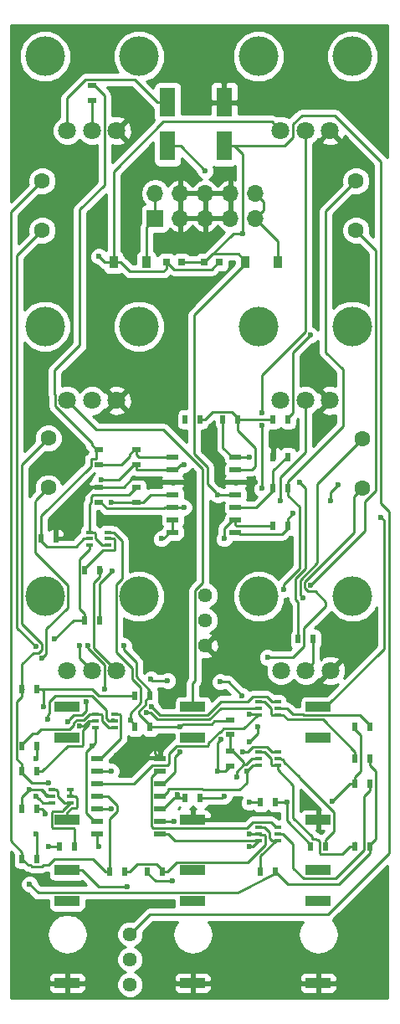
<source format=gtl>
G04 #@! TF.FileFunction,Copper,L1,Top,Signal*
%FSLAX46Y46*%
G04 Gerber Fmt 4.6, Leading zero omitted, Abs format (unit mm)*
G04 Created by KiCad (PCBNEW 4.0.6) date Tuesday, December 12, 2017 'AMt' 12:19:16 AM*
%MOMM*%
%LPD*%
G01*
G04 APERTURE LIST*
%ADD10C,0.100000*%
%ADD11C,0.600000*%
%ADD12R,0.800000X0.750000*%
%ADD13R,1.600000X3.000000*%
%ADD14R,2.500000X1.000000*%
%ADD15R,0.500000X0.900000*%
%ADD16R,0.900000X0.500000*%
%ADD17C,1.440000*%
%ADD18R,1.143000X0.508000*%
%ADD19R,1.700000X1.700000*%
%ADD20O,1.700000X1.700000*%
%ADD21C,1.600000*%
%ADD22C,1.800000*%
%ADD23C,4.000000*%
%ADD24R,0.900000X1.200000*%
%ADD25R,0.650000X0.400000*%
%ADD26C,0.250000*%
%ADD27C,0.254000*%
G04 APERTURE END LIST*
D10*
D11*
X175387000Y-68072000D03*
X172720000Y-118110000D03*
X168910000Y-137160000D03*
X169545000Y-109220000D03*
X169545000Y-127635000D03*
X180340000Y-109220000D03*
D12*
X175145000Y-86995000D03*
X176645000Y-86995000D03*
X172835000Y-86995000D03*
X171335000Y-86995000D03*
D13*
X177165000Y-70825000D03*
X177165000Y-75225000D03*
X171450000Y-70825000D03*
X171450000Y-75225000D03*
D14*
X186690000Y-159860000D03*
X186690000Y-151560000D03*
X186690000Y-148460000D03*
X173990000Y-159860000D03*
X173990000Y-151560000D03*
X173990000Y-148460000D03*
X161290000Y-143350000D03*
X161290000Y-135050000D03*
X161290000Y-131950000D03*
X186690000Y-143350000D03*
X186690000Y-135050000D03*
X186690000Y-131950000D03*
X173990000Y-143350000D03*
X173990000Y-135050000D03*
X173990000Y-131950000D03*
X161290000Y-159860000D03*
X161290000Y-151560000D03*
X161290000Y-148460000D03*
D15*
X158635000Y-114935000D03*
X160135000Y-114935000D03*
X163080000Y-123190000D03*
X164580000Y-123190000D03*
X184670000Y-125095000D03*
X186170000Y-125095000D03*
X156730000Y-135890000D03*
X158230000Y-135890000D03*
D16*
X168275000Y-111240000D03*
X168275000Y-109740000D03*
X168275000Y-105930000D03*
X168275000Y-107430000D03*
D15*
X168160000Y-133985000D03*
X169660000Y-133985000D03*
X164580000Y-118110000D03*
X163080000Y-118110000D03*
D16*
X164465000Y-105930000D03*
X164465000Y-107430000D03*
D15*
X158230000Y-142240000D03*
X156730000Y-142240000D03*
X160540000Y-146050000D03*
X162040000Y-146050000D03*
X156730000Y-138430000D03*
X158230000Y-138430000D03*
D16*
X164465000Y-109740000D03*
X164465000Y-111240000D03*
D15*
X156730000Y-130175000D03*
X158230000Y-130175000D03*
X191885000Y-133985000D03*
X190385000Y-133985000D03*
D16*
X163830000Y-70600000D03*
X163830000Y-69100000D03*
D15*
X190385000Y-137160000D03*
X191885000Y-137160000D03*
X168160000Y-130810000D03*
X169660000Y-130810000D03*
X182130000Y-106680000D03*
X183630000Y-106680000D03*
X183630000Y-109855000D03*
X182130000Y-109855000D03*
X156730000Y-147320000D03*
X158230000Y-147320000D03*
X183630000Y-113665000D03*
X182130000Y-113665000D03*
X165620000Y-148590000D03*
X167120000Y-148590000D03*
X191885000Y-139700000D03*
X190385000Y-139700000D03*
X182130000Y-102870000D03*
X183630000Y-102870000D03*
X180860000Y-148590000D03*
X182360000Y-148590000D03*
X180860000Y-141605000D03*
X182360000Y-141605000D03*
X177050000Y-102870000D03*
X178550000Y-102870000D03*
X169430000Y-148590000D03*
X170930000Y-148590000D03*
D16*
X177800000Y-137910000D03*
X177800000Y-136410000D03*
D15*
X187440000Y-146050000D03*
X185940000Y-146050000D03*
X190385000Y-146050000D03*
X191885000Y-146050000D03*
D16*
X177800000Y-134735000D03*
X177800000Y-133235000D03*
D15*
X173240000Y-141170000D03*
X174740000Y-141170000D03*
D17*
X175260000Y-120650000D03*
X175260000Y-123190000D03*
X175260000Y-125730000D03*
X167640000Y-160020000D03*
X167640000Y-157480000D03*
X167640000Y-154940000D03*
D18*
X171958000Y-106680000D03*
X171958000Y-107950000D03*
X171958000Y-109220000D03*
X171958000Y-110490000D03*
X171958000Y-111760000D03*
X171958000Y-113030000D03*
X171958000Y-114300000D03*
X178308000Y-114300000D03*
X178308000Y-113030000D03*
X178308000Y-110490000D03*
X178308000Y-109220000D03*
X178308000Y-107950000D03*
X178308000Y-106680000D03*
X178308000Y-111760000D03*
X164338000Y-137160000D03*
X164338000Y-138430000D03*
X164338000Y-139700000D03*
X164338000Y-140970000D03*
X164338000Y-142240000D03*
X164338000Y-143510000D03*
X164338000Y-144780000D03*
X170688000Y-144780000D03*
X170688000Y-143510000D03*
X170688000Y-140970000D03*
X170688000Y-139700000D03*
X170688000Y-138430000D03*
X170688000Y-137160000D03*
X170688000Y-142240000D03*
D19*
X170180000Y-82550000D03*
D20*
X170180000Y-80010000D03*
X172720000Y-82550000D03*
X172720000Y-80010000D03*
X175260000Y-82550000D03*
X175260000Y-80010000D03*
X177800000Y-82550000D03*
X177800000Y-80010000D03*
X180340000Y-82550000D03*
X180340000Y-80010000D03*
D21*
X159385000Y-104775000D03*
X159385000Y-109775000D03*
X158750000Y-78740000D03*
X158750000Y-83740000D03*
X191135000Y-109855000D03*
X191135000Y-104855000D03*
X190500000Y-78740000D03*
X190500000Y-83740000D03*
D15*
X174740000Y-102870000D03*
X173240000Y-102870000D03*
D22*
X187920000Y-128270000D03*
X185420000Y-128270000D03*
X182920000Y-128270000D03*
D23*
X190170000Y-120770000D03*
X180670000Y-120770000D03*
D22*
X166290000Y-128270000D03*
X163790000Y-128270000D03*
X161290000Y-128270000D03*
D23*
X168540000Y-120770000D03*
X159040000Y-120770000D03*
D22*
X187880000Y-73660000D03*
X185380000Y-73660000D03*
X182880000Y-73660000D03*
D23*
X190130000Y-66160000D03*
X180630000Y-66160000D03*
D22*
X187880000Y-100965000D03*
X185380000Y-100965000D03*
X182880000Y-100965000D03*
D23*
X190130000Y-93465000D03*
X180630000Y-93465000D03*
D22*
X166290000Y-100965000D03*
X163790000Y-100965000D03*
X161290000Y-100965000D03*
D23*
X168540000Y-93465000D03*
X159040000Y-93465000D03*
D22*
X166290000Y-73660000D03*
X163790000Y-73660000D03*
X161290000Y-73660000D03*
D23*
X168540000Y-66160000D03*
X159040000Y-66160000D03*
D11*
X182245000Y-105410000D03*
D24*
X182625000Y-86995000D03*
X179325000Y-86995000D03*
X165990000Y-86995000D03*
X169290000Y-86995000D03*
D25*
X180660000Y-136510000D03*
X180660000Y-137810000D03*
X182560000Y-137160000D03*
X180660000Y-137160000D03*
X182560000Y-137810000D03*
X182560000Y-136510000D03*
X180660000Y-144130000D03*
X180660000Y-145430000D03*
X182560000Y-144780000D03*
X180660000Y-144780000D03*
X182560000Y-145430000D03*
X182560000Y-144130000D03*
X180660000Y-131430000D03*
X180660000Y-132730000D03*
X182560000Y-132080000D03*
X180660000Y-132080000D03*
X182560000Y-132730000D03*
X182560000Y-131430000D03*
X159705000Y-140320000D03*
X159705000Y-141620000D03*
X161605000Y-140970000D03*
X159705000Y-140970000D03*
X161605000Y-141620000D03*
X161605000Y-140320000D03*
X164150000Y-132700000D03*
X164150000Y-134000000D03*
X166050000Y-133350000D03*
X164150000Y-133350000D03*
X166050000Y-134000000D03*
X166050000Y-132700000D03*
X163515000Y-114285000D03*
X163515000Y-115585000D03*
X165415000Y-114935000D03*
X163515000Y-114935000D03*
X165415000Y-115585000D03*
X165415000Y-114285000D03*
D11*
X159385000Y-139619960D03*
X165735000Y-142240000D03*
X161309989Y-133400011D03*
X163830000Y-135890000D03*
X158750000Y-127000008D03*
X163195000Y-131445000D03*
X179070000Y-84074002D03*
X164465000Y-146050000D03*
X176530002Y-110490000D03*
X165727930Y-111251828D03*
X164465000Y-86360000D03*
X159385000Y-146050000D03*
X179705000Y-132715000D03*
X178983710Y-130819990D03*
X176755007Y-129411093D03*
X158092516Y-125854345D03*
X173089978Y-109220000D03*
X176760002Y-109220000D03*
X188722000Y-109474000D03*
X175260000Y-77724000D03*
X184150000Y-112395000D03*
X187960000Y-111125000D03*
X185904719Y-94359571D03*
X181551546Y-126941546D03*
X176530000Y-138430000D03*
X176849997Y-135255000D03*
X171956055Y-149566504D03*
X172085000Y-143510000D03*
X185166000Y-120904000D03*
X179705000Y-146050000D03*
X183212947Y-120066730D03*
X172466000Y-140833010D03*
X185927998Y-119634000D03*
X179749346Y-135451531D03*
X180548366Y-133932988D03*
X179465000Y-138430000D03*
X171450000Y-129286000D03*
X169752660Y-129159208D03*
X163350023Y-125730000D03*
X165100000Y-130175000D03*
X193040008Y-112776000D03*
X167364988Y-150109989D03*
X165849449Y-118224449D03*
X172720000Y-133985000D03*
X170815000Y-114935000D03*
X183515000Y-141605000D03*
X188061950Y-141503050D03*
X167005000Y-125730000D03*
X173089978Y-107445082D03*
X164689903Y-108989996D03*
X184785000Y-109220000D03*
X162550010Y-125730000D03*
X158115000Y-137159976D03*
X158115000Y-140969994D03*
X157480000Y-149860000D03*
X157480008Y-140335000D03*
X180975000Y-102235000D03*
X180975000Y-103505000D03*
X180975000Y-109855000D03*
X182880000Y-111125000D03*
X162560000Y-133858000D03*
X167660000Y-133285000D03*
X159089989Y-142750551D03*
X173089978Y-111759996D03*
X169300825Y-132541927D03*
X158895005Y-131935000D03*
X158115000Y-144780000D03*
X177165000Y-114935000D03*
X179705000Y-141605000D03*
X179705000Y-144780000D03*
X179705000Y-106680000D03*
X177165000Y-140970000D03*
X178435000Y-139065000D03*
X169781577Y-131902477D03*
X165735000Y-138430000D03*
X179070000Y-136525000D03*
X172720000Y-136525000D03*
X159299569Y-133223463D03*
X160020000Y-125095000D03*
D26*
X172657910Y-142113000D02*
X172561955Y-142208955D01*
X159385000Y-104775000D02*
X156714999Y-107445001D01*
X156714999Y-107445001D02*
X156714999Y-123551824D01*
X156714999Y-123551824D02*
X158717518Y-125554343D01*
X158717518Y-125554343D02*
X158717518Y-126154347D01*
X158717518Y-126154347D02*
X158392518Y-126479347D01*
X156730000Y-127622412D02*
X156730000Y-130175000D01*
X158392518Y-126479347D02*
X157873065Y-126479347D01*
X157873065Y-126479347D02*
X156730000Y-127622412D01*
X157719960Y-139619960D02*
X159385000Y-139619960D01*
X156730000Y-138430000D02*
X156730000Y-138630000D01*
X156730000Y-138630000D02*
X157719960Y-139619960D01*
X164338000Y-142240000D02*
X165735000Y-142240000D01*
X156845000Y-130175000D02*
X156730000Y-130175000D01*
X156730000Y-138430000D02*
X156730000Y-137730000D01*
X156730000Y-137730000D02*
X156154999Y-137154999D01*
X156154999Y-137154999D02*
X156154999Y-131450001D01*
X156154999Y-131450001D02*
X156730000Y-130875000D01*
X156730000Y-130875000D02*
X156730000Y-130175000D01*
X161934999Y-132775001D02*
X161609988Y-133100012D01*
X161609988Y-133100012D02*
X161309989Y-133400011D01*
X163195000Y-131445000D02*
X163195000Y-132380002D01*
X163195000Y-132380002D02*
X162800001Y-132775001D01*
X162800001Y-132775001D02*
X161934999Y-132775001D01*
X164150000Y-135570000D02*
X163830000Y-135890000D01*
X164150000Y-134128088D02*
X164150000Y-135570000D01*
X163195000Y-136525000D02*
X163830000Y-135890000D01*
X163195000Y-142684500D02*
X163195000Y-136525000D01*
X164020500Y-143510000D02*
X163195000Y-142684500D01*
X164338000Y-143510000D02*
X164020500Y-143510000D01*
X158750000Y-127000008D02*
X159167529Y-126582479D01*
X161365001Y-121886001D02*
X161365001Y-119653999D01*
X159167529Y-124083473D02*
X161365001Y-121886001D01*
X161365001Y-119653999D02*
X158059999Y-116348997D01*
X158115000Y-111125000D02*
X158115000Y-111045000D01*
X159167529Y-126582479D02*
X159167529Y-124083473D01*
X158059999Y-116348997D02*
X158059999Y-111180001D01*
X158059999Y-111180001D02*
X158115000Y-111125000D01*
X158115000Y-111045000D02*
X159385000Y-109775000D01*
X176230003Y-110190001D02*
X176530002Y-110490000D01*
X175456011Y-109416009D02*
X176230003Y-110190001D01*
X174164999Y-92305001D02*
X174164999Y-106390586D01*
X174164999Y-106390586D02*
X175456011Y-107681598D01*
X179325000Y-86995000D02*
X179325000Y-87145000D01*
X179325000Y-87145000D02*
X174164999Y-92305001D01*
X175456011Y-107681598D02*
X175456011Y-109416009D01*
X167640000Y-154940000D02*
X169672000Y-152908000D01*
X169672000Y-152908000D02*
X187677002Y-152908000D01*
X193845034Y-112148032D02*
X193040000Y-111342998D01*
X188384264Y-72136000D02*
X185023504Y-72136000D01*
X187677002Y-152908000D02*
X193845034Y-146739968D01*
X193845034Y-146739968D02*
X193845034Y-112148032D01*
X193040000Y-111342998D02*
X193040000Y-76791736D01*
X183263264Y-75225000D02*
X178215000Y-75225000D01*
X193040000Y-76791736D02*
X188384264Y-72136000D01*
X184130006Y-73029498D02*
X184130006Y-74358258D01*
X184130006Y-74358258D02*
X183263264Y-75225000D01*
X185023504Y-72136000D02*
X184130006Y-73029498D01*
X178215000Y-75225000D02*
X177165000Y-75225000D01*
X179070000Y-84074002D02*
X179070000Y-76080000D01*
X179070000Y-76080000D02*
X178215000Y-75225000D01*
X178090998Y-84074002D02*
X179070000Y-84074002D01*
X175170000Y-86995000D02*
X178090998Y-84074002D01*
X175145000Y-86995000D02*
X175170000Y-86995000D01*
X179325000Y-86995000D02*
X179325000Y-86845000D01*
X179325000Y-86845000D02*
X178625000Y-86145000D01*
X178625000Y-86145000D02*
X176020000Y-86145000D01*
X176020000Y-86145000D02*
X175170000Y-86995000D01*
X176530002Y-110490000D02*
X178308000Y-110490000D01*
X164338000Y-144780000D02*
X164338000Y-145923000D01*
X164338000Y-145923000D02*
X164465000Y-146050000D01*
X177800000Y-74700000D02*
X177165000Y-75225000D01*
X175145000Y-86995000D02*
X172835000Y-86995000D01*
X165739758Y-111240000D02*
X165727930Y-111251828D01*
X168275000Y-111240000D02*
X165739758Y-111240000D01*
X165990000Y-86995000D02*
X165990000Y-77799998D01*
X165990000Y-77799998D02*
X171029997Y-72760001D01*
X171029997Y-72760001D02*
X181980001Y-72760001D01*
X181980001Y-72760001D02*
X182880000Y-73660000D01*
X171335000Y-86995000D02*
X171335000Y-87620000D01*
X171335000Y-87620000D02*
X171034999Y-87920001D01*
X167615001Y-87920001D02*
X166690000Y-86995000D01*
X171034999Y-87920001D02*
X167615001Y-87920001D01*
X166690000Y-86995000D02*
X165990000Y-86995000D01*
X171335000Y-86995000D02*
X171360000Y-86995000D01*
X172060001Y-87695001D02*
X175919999Y-87695001D01*
X176620000Y-86995000D02*
X176645000Y-86995000D01*
X171360000Y-86995000D02*
X172060001Y-87695001D01*
X175919999Y-87695001D02*
X176620000Y-86995000D01*
X165990000Y-86995000D02*
X165100000Y-86995000D01*
X165100000Y-86995000D02*
X164465000Y-86360000D01*
X182920000Y-74240002D02*
X182880000Y-73660000D01*
X176645000Y-86995000D02*
X176670000Y-86995000D01*
X160540000Y-146050000D02*
X159385000Y-146050000D01*
X168275000Y-111240000D02*
X168975000Y-111240000D01*
X168975000Y-111240000D02*
X169725000Y-110490000D01*
X169725000Y-110490000D02*
X171958000Y-110490000D01*
X158750000Y-78740000D02*
X155575000Y-81915000D01*
X155575000Y-81915000D02*
X155575000Y-145465000D01*
X155575000Y-145465000D02*
X156730000Y-146620000D01*
X156730000Y-146620000D02*
X156730000Y-147320000D01*
X165390004Y-140970000D02*
X164338000Y-140970000D01*
X166360002Y-141939998D02*
X165390004Y-140970000D01*
X166360002Y-142540002D02*
X166360002Y-141939998D01*
X165620000Y-143280004D02*
X166360002Y-142540002D01*
X165620000Y-148590000D02*
X165620000Y-143280004D01*
X156730000Y-147320000D02*
X157365000Y-147955000D01*
X157365000Y-147955000D02*
X157654999Y-147955000D01*
X158880002Y-147955000D02*
X159385000Y-147955000D01*
X157654999Y-147955000D02*
X157654999Y-148030001D01*
X157654999Y-148030001D02*
X157719999Y-148095001D01*
X157719999Y-148095001D02*
X158740001Y-148095001D01*
X158740001Y-148095001D02*
X158880002Y-147955000D01*
X159385000Y-147955000D02*
X160020000Y-147320000D01*
X165120000Y-148590000D02*
X165620000Y-148590000D01*
X160020000Y-147320000D02*
X163850000Y-147320000D01*
X163850000Y-147320000D02*
X165120000Y-148590000D01*
X180535000Y-132730000D02*
X179105001Y-134159999D01*
X179105001Y-134159999D02*
X177089999Y-134159999D01*
X171407503Y-137850999D02*
X169856499Y-137850999D01*
X169856499Y-137850999D02*
X168007498Y-139700000D01*
X168007498Y-139700000D02*
X164338000Y-139700000D01*
X176814987Y-134435011D02*
X176714989Y-134435011D01*
X177089999Y-134159999D02*
X176814987Y-134435011D01*
X180520000Y-132715000D02*
X179705000Y-132715000D01*
X180535000Y-132730000D02*
X180520000Y-132715000D01*
X177574813Y-129411093D02*
X178983710Y-130819990D01*
X176755007Y-129411093D02*
X177574813Y-129411093D01*
X180660000Y-132730000D02*
X180535000Y-132730000D01*
X156210000Y-123971829D02*
X158092516Y-125854345D01*
X156210000Y-86280000D02*
X156210000Y-123971829D01*
X158750000Y-83740000D02*
X156210000Y-86280000D01*
X180355000Y-132730000D02*
X180660000Y-132730000D01*
X171584501Y-136629505D02*
X171584501Y-137674001D01*
X171584501Y-137674001D02*
X171407503Y-137850999D01*
X172339005Y-135875001D02*
X171584501Y-136629505D01*
X176714989Y-134435011D02*
X175565001Y-135584999D01*
X175565001Y-135584999D02*
X175565001Y-135810001D01*
X175565001Y-135810001D02*
X175500001Y-135875001D01*
X175500001Y-135875001D02*
X172339005Y-135875001D01*
X170688000Y-137160000D02*
X168910000Y-137160000D01*
X171958000Y-109220000D02*
X173089978Y-109220000D01*
X164580000Y-118110000D02*
X164580000Y-118810000D01*
X164580000Y-118810000D02*
X164004999Y-119385001D01*
X164004999Y-119385001D02*
X164004999Y-125984999D01*
X164004999Y-125984999D02*
X166290000Y-128270000D01*
X182245000Y-105410000D02*
X182245000Y-106565000D01*
X182245000Y-106565000D02*
X182130000Y-106680000D01*
X176760002Y-109220000D02*
X178308000Y-109220000D01*
X171958000Y-109220000D02*
X169545000Y-109220000D01*
X164465000Y-109740000D02*
X166989998Y-109740000D01*
X166989998Y-109740000D02*
X167809997Y-108920001D01*
X167809997Y-108920001D02*
X169245001Y-108920001D01*
X169245001Y-108920001D02*
X169545000Y-109220000D01*
X160135000Y-114935000D02*
X160135000Y-113370000D01*
X160135000Y-113370000D02*
X163765000Y-109740000D01*
X163765000Y-109740000D02*
X164465000Y-109740000D01*
X161605000Y-140320000D02*
X161605000Y-140970000D01*
X161290000Y-143350000D02*
X161290000Y-142600000D01*
X161290000Y-142600000D02*
X161744999Y-142145001D01*
X161744999Y-142145001D02*
X162190001Y-142145001D01*
X162190001Y-142145001D02*
X162255001Y-142080001D01*
X162255001Y-142080001D02*
X162255001Y-141159999D01*
X162255001Y-141159999D02*
X162065002Y-140970000D01*
X162065002Y-140970000D02*
X161605000Y-140970000D01*
X170180000Y-135255000D02*
X170180000Y-136652000D01*
X170180000Y-136652000D02*
X170688000Y-137160000D01*
X178308000Y-109220000D02*
X180340000Y-109220000D01*
X178625500Y-109220000D02*
X178308000Y-109220000D01*
X161290000Y-73660000D02*
X161290000Y-70354998D01*
X161290000Y-70354998D02*
X163119999Y-68524999D01*
X163119999Y-68524999D02*
X168099999Y-68524999D01*
X168099999Y-68524999D02*
X170400000Y-70825000D01*
X170400000Y-70825000D02*
X171450000Y-70825000D01*
X161330000Y-74292208D02*
X161290000Y-73660000D01*
X187960000Y-111125000D02*
X187960000Y-110236000D01*
X187960000Y-110236000D02*
X188422001Y-109773999D01*
X188422001Y-109773999D02*
X188722000Y-109474000D01*
X172761000Y-75225000D02*
X175260000Y-77724000D01*
X171450000Y-75225000D02*
X172761000Y-75225000D01*
X171450000Y-75225000D02*
X171790000Y-75225000D01*
X184150000Y-112395000D02*
X183630000Y-112915000D01*
X183630000Y-112915000D02*
X183630000Y-113665000D01*
X178308000Y-114300000D02*
X178625500Y-114300000D01*
X183630000Y-113865000D02*
X183630000Y-113665000D01*
X178625500Y-114300000D02*
X178765501Y-114440001D01*
X178765501Y-114440001D02*
X183054999Y-114440001D01*
X183054999Y-114440001D02*
X183630000Y-113865000D01*
X184130000Y-96134290D02*
X185904719Y-94359571D01*
X184130000Y-102170000D02*
X184130000Y-96134290D01*
X183630000Y-102670000D02*
X184130000Y-102170000D01*
X183630000Y-102870000D02*
X183630000Y-102670000D01*
X185245001Y-123998588D02*
X185245001Y-125805001D01*
X185245001Y-125805001D02*
X184108456Y-126941546D01*
X184108456Y-126941546D02*
X181975810Y-126941546D01*
X181975810Y-126941546D02*
X181551546Y-126941546D01*
X191135000Y-109855000D02*
X190335001Y-110654999D01*
X190335001Y-110654999D02*
X190335001Y-114301994D01*
X186389998Y-120259002D02*
X187457276Y-121326280D01*
X190335001Y-114301994D02*
X185302997Y-119333998D01*
X185302997Y-119333998D02*
X185302997Y-119934002D01*
X185302997Y-119934002D02*
X185627997Y-120259002D01*
X185627997Y-120259002D02*
X186389998Y-120259002D01*
X187457276Y-121786313D02*
X185245001Y-123998588D01*
X187457276Y-121326280D02*
X187457276Y-121786313D01*
X176530000Y-138430000D02*
X177280000Y-138430000D01*
X177280000Y-138430000D02*
X177800000Y-137910000D01*
X176530000Y-135574997D02*
X176530000Y-138430000D01*
X176849997Y-135255000D02*
X176530000Y-135574997D01*
X170206504Y-149566504D02*
X171956055Y-149566504D01*
X169430000Y-148590000D02*
X169430000Y-148790000D01*
X169430000Y-148790000D02*
X170206504Y-149566504D01*
X170688000Y-143510000D02*
X172085000Y-143510000D01*
X184866001Y-120604001D02*
X185166000Y-120904000D01*
X186609967Y-117390618D02*
X184852986Y-119147598D01*
X184852986Y-119147598D02*
X184852986Y-120590986D01*
X184852986Y-120590986D02*
X184866001Y-120604001D01*
X186609967Y-109380033D02*
X186609967Y-117390618D01*
X191135000Y-104855000D02*
X186609967Y-109380033D01*
X179705000Y-146050000D02*
X180040000Y-146050000D01*
X180040000Y-146050000D02*
X180660000Y-145430000D01*
X170688000Y-144780000D02*
X171509500Y-144780000D01*
X171509500Y-144780000D02*
X172159500Y-145430000D01*
X172159500Y-145430000D02*
X180660000Y-145430000D01*
X184775001Y-111700001D02*
X184775001Y-117952763D01*
X183212947Y-119514817D02*
X183212947Y-119642466D01*
X183212947Y-119642466D02*
X183212947Y-120066730D01*
X184775001Y-117952763D02*
X183212947Y-119514817D01*
X183630000Y-109855000D02*
X183630000Y-110555000D01*
X183630000Y-110555000D02*
X184775001Y-111700001D01*
X172740000Y-141170000D02*
X172466000Y-140896000D01*
X172466000Y-140896000D02*
X172466000Y-140833010D01*
X173240000Y-141170000D02*
X172740000Y-141170000D01*
X173240000Y-141170000D02*
X172075500Y-141170000D01*
X172075500Y-141170000D02*
X171005500Y-142240000D01*
X171005500Y-142240000D02*
X170688000Y-142240000D01*
X190500000Y-78740000D02*
X187452000Y-81788000D01*
X187452000Y-81788000D02*
X187452000Y-96103998D01*
X187452000Y-96103998D02*
X189185001Y-97836999D01*
X189185001Y-97836999D02*
X189185001Y-102410001D01*
X189185001Y-102410001D02*
X189230000Y-102455000D01*
X189230000Y-102455000D02*
X189230000Y-103555000D01*
X189230000Y-103555000D02*
X183630000Y-109155000D01*
X183630000Y-109155000D02*
X183630000Y-109855000D01*
X186227997Y-119334001D02*
X185927998Y-119634000D01*
X192535001Y-85775001D02*
X192535001Y-110069997D01*
X190500000Y-83740000D02*
X192535001Y-85775001D01*
X191398998Y-114163000D02*
X186227997Y-119334001D01*
X191398998Y-111206000D02*
X191398998Y-114163000D01*
X192535001Y-110069997D02*
X191398998Y-111206000D01*
X177800000Y-140335000D02*
X177809998Y-140325002D01*
X171005500Y-140970000D02*
X171509500Y-140466000D01*
X179465000Y-139595004D02*
X179465000Y-138854264D01*
X179465000Y-138854264D02*
X179465000Y-138430000D01*
X170688000Y-140970000D02*
X171005500Y-140970000D01*
X177809998Y-140325002D02*
X178735002Y-140325002D01*
X171540996Y-140208000D02*
X174915004Y-140208000D01*
X171509500Y-140239496D02*
X171540996Y-140208000D01*
X171509500Y-140466000D02*
X171509500Y-140239496D01*
X174915004Y-140208000D02*
X175042004Y-140335000D01*
X175042004Y-140335000D02*
X177800000Y-140335000D01*
X178735002Y-140325002D02*
X179465000Y-139595004D01*
X180548366Y-134652511D02*
X179749346Y-135451531D01*
X180548366Y-133932988D02*
X180548366Y-134652511D01*
X180660000Y-137810000D02*
X180085000Y-137810000D01*
X180085000Y-137810000D02*
X179465000Y-138430000D01*
X171450000Y-129286000D02*
X169879452Y-129286000D01*
X169879452Y-129286000D02*
X169752660Y-129159208D01*
X163350023Y-125966433D02*
X163350023Y-125730000D01*
X165064999Y-127681409D02*
X163350023Y-125966433D01*
X165100000Y-129750736D02*
X165064999Y-129715735D01*
X165064999Y-129715735D02*
X165064999Y-127681409D01*
X165100000Y-130175000D02*
X165100000Y-129750736D01*
X186690000Y-131950000D02*
X187440000Y-131950000D01*
X187440000Y-131950000D02*
X193340007Y-126049993D01*
X193340007Y-126049993D02*
X193340007Y-113075999D01*
X193340007Y-113075999D02*
X193040008Y-112776000D01*
X186600000Y-131950000D02*
X186690000Y-131950000D01*
X161290000Y-100965000D02*
X164211000Y-103886000D01*
X175006000Y-107867998D02*
X175006000Y-119357398D01*
X174214999Y-124176999D02*
X174244000Y-124206000D01*
X174244000Y-124206000D02*
X174244000Y-125199398D01*
X164211000Y-103886000D02*
X171024002Y-103886000D01*
X171024002Y-103886000D02*
X175006000Y-107867998D01*
X175006000Y-119357398D02*
X174214999Y-120148399D01*
X174214999Y-120148399D02*
X174214999Y-124176999D01*
X174244000Y-125199398D02*
X174214999Y-125228399D01*
X174214999Y-125228399D02*
X174214999Y-129315001D01*
X174214999Y-129315001D02*
X173990000Y-129540000D01*
X173990000Y-129540000D02*
X173990000Y-131950000D01*
X173990000Y-131950000D02*
X173240000Y-131950000D01*
X164439989Y-150109989D02*
X167364988Y-150109989D01*
X161290000Y-148460000D02*
X162790000Y-148460000D01*
X162790000Y-148460000D02*
X164439989Y-150109989D01*
X158635000Y-114935000D02*
X158635000Y-112637000D01*
X158635000Y-112637000D02*
X163689999Y-107582001D01*
X163689999Y-107582001D02*
X163689999Y-106919999D01*
X163689999Y-106919999D02*
X163754999Y-106854999D01*
X163754999Y-106854999D02*
X164265000Y-106854999D01*
X164265000Y-106854999D02*
X164265000Y-105930000D01*
X163830000Y-69100000D02*
X164030000Y-69100000D01*
X162569998Y-81645012D02*
X162569998Y-95372000D01*
X163765000Y-105253002D02*
X163765000Y-105430000D01*
X163765000Y-105430000D02*
X164265000Y-105930000D01*
X164030000Y-69100000D02*
X165055001Y-70125001D01*
X165055001Y-79160009D02*
X162569998Y-81645012D01*
X165055001Y-70125001D02*
X165055001Y-79160009D01*
X162569998Y-95372000D02*
X160020000Y-97921998D01*
X160020000Y-97921998D02*
X160020000Y-100330000D01*
X160020000Y-100330000D02*
X160064999Y-100374999D01*
X160064999Y-100374999D02*
X160064999Y-101553001D01*
X160064999Y-101553001D02*
X163765000Y-105253002D01*
X164265000Y-105930000D02*
X164465000Y-105930000D01*
X163515000Y-114935000D02*
X162940000Y-114935000D01*
X162940000Y-114935000D02*
X162164999Y-115710001D01*
X162164999Y-115710001D02*
X159210001Y-115710001D01*
X159210001Y-115710001D02*
X158635000Y-115135000D01*
X158635000Y-115135000D02*
X158635000Y-114935000D01*
X163080000Y-118110000D02*
X163080000Y-117910000D01*
X166000001Y-116110001D02*
X166065001Y-116045001D01*
X163080000Y-117910000D02*
X164879999Y-116110001D01*
X164879999Y-116110001D02*
X166000001Y-116110001D01*
X166065001Y-116045001D02*
X166065001Y-115010001D01*
X166065001Y-115010001D02*
X165990000Y-114935000D01*
X165990000Y-114935000D02*
X165415000Y-114935000D01*
X163080000Y-118110000D02*
X163080000Y-118310000D01*
X169660000Y-133785000D02*
X169660000Y-133985000D01*
X169660000Y-130810000D02*
X169185012Y-131284988D01*
X169185012Y-131284988D02*
X169185012Y-131706401D01*
X169185012Y-131706401D02*
X168540846Y-132350567D01*
X168540846Y-132350567D02*
X168540846Y-132665846D01*
X168540846Y-132665846D02*
X169660000Y-133785000D01*
X164580000Y-119493898D02*
X165849449Y-118224449D01*
X164580000Y-123190000D02*
X164580000Y-119493898D01*
X177800000Y-133235000D02*
X177685000Y-133350000D01*
X177685000Y-133350000D02*
X176197823Y-133350000D01*
X176197823Y-133350000D02*
X175872801Y-133675023D01*
X175872801Y-133675023D02*
X173029977Y-133675023D01*
X173029977Y-133675023D02*
X172720000Y-133985000D01*
X169660000Y-133985000D02*
X172720000Y-133985000D01*
X171005500Y-114935000D02*
X170815000Y-114935000D01*
X171640500Y-114300000D02*
X171005500Y-114935000D01*
X171958000Y-114300000D02*
X171640500Y-114300000D01*
X185940000Y-146050000D02*
X185940000Y-145850000D01*
X183515000Y-143425000D02*
X183515000Y-141605000D01*
X182360000Y-141605000D02*
X183515000Y-141605000D01*
X185940000Y-145850000D02*
X183515000Y-143425000D01*
X189865000Y-139700000D02*
X188061950Y-141503050D01*
X190385000Y-139700000D02*
X189865000Y-139700000D01*
X190385000Y-133985000D02*
X190385000Y-134185000D01*
X190385000Y-134185000D02*
X190960001Y-134760001D01*
X190960001Y-134760001D02*
X190960001Y-138424999D01*
X190960001Y-138424999D02*
X190385000Y-139000000D01*
X190385000Y-139000000D02*
X190385000Y-139700000D01*
X168275000Y-128905000D02*
X169660000Y-130290000D01*
X168275000Y-127424264D02*
X168275000Y-128905000D01*
X167005000Y-125730000D02*
X167005000Y-126154264D01*
X169660000Y-130290000D02*
X169660000Y-130810000D01*
X167005000Y-126154264D02*
X168275000Y-127424264D01*
X185940000Y-146050000D02*
X185940000Y-146250000D01*
X171958000Y-114300000D02*
X171958000Y-113030000D01*
X184670000Y-125095000D02*
X184670000Y-121333002D01*
X185084999Y-109519999D02*
X184785000Y-109220000D01*
X184402975Y-118961198D02*
X185420000Y-117944174D01*
X184670000Y-121333002D02*
X184402975Y-121065977D01*
X184402975Y-121065977D02*
X184402975Y-118961198D01*
X185420000Y-117944174D02*
X185420000Y-109855000D01*
X185420000Y-109855000D02*
X185084999Y-109519999D01*
X171958000Y-107950000D02*
X172275500Y-107950000D01*
X172275500Y-107950000D02*
X172780418Y-107445082D01*
X172780418Y-107445082D02*
X173089978Y-107445082D01*
X168275000Y-107430000D02*
X168075000Y-107430000D01*
X168075000Y-107430000D02*
X166515004Y-108989996D01*
X166515004Y-108989996D02*
X165114167Y-108989996D01*
X165114167Y-108989996D02*
X164689903Y-108989996D01*
X171958000Y-107950000D02*
X168295000Y-107950000D01*
X168295000Y-107950000D02*
X168275000Y-107930000D01*
X168275000Y-107930000D02*
X168275000Y-107430000D01*
X186170000Y-125095000D02*
X186170000Y-127520000D01*
X186170000Y-127520000D02*
X185420000Y-128270000D01*
X162550010Y-127030010D02*
X162550010Y-125730000D01*
X163790000Y-128270000D02*
X162550010Y-127030010D01*
X158230000Y-135890000D02*
X158230000Y-137044976D01*
X158230000Y-137044976D02*
X158115000Y-137159976D01*
X189349999Y-149285001D02*
X188775000Y-149860000D01*
X183630000Y-149860000D02*
X182360000Y-148590000D01*
X188775000Y-149860000D02*
X183630000Y-149860000D01*
X191885000Y-146050000D02*
X191885000Y-146750000D01*
X191885000Y-146750000D02*
X189349999Y-149285001D01*
X191885000Y-146750000D02*
X191885000Y-146050000D01*
X189349999Y-149285001D02*
X191885000Y-146750000D01*
X158414999Y-141269993D02*
X158115000Y-140969994D01*
X158454994Y-141269993D02*
X158414999Y-141269993D01*
X158805001Y-141620000D02*
X158454994Y-141269993D01*
X159705000Y-141620000D02*
X158805001Y-141620000D01*
X158354999Y-150734999D02*
X157480000Y-149860000D01*
X182360000Y-148590000D02*
X182360000Y-148790000D01*
X182360000Y-148790000D02*
X178510001Y-150734999D01*
X178510001Y-150734999D02*
X158354999Y-150734999D01*
X191885000Y-146050000D02*
X191885000Y-145850000D01*
X191885000Y-145850000D02*
X192460001Y-145274999D01*
X192460001Y-145274999D02*
X192460001Y-138435001D01*
X192460001Y-138435001D02*
X191885000Y-137860000D01*
X191885000Y-137860000D02*
X191885000Y-137160000D01*
X163515000Y-114285000D02*
X163515000Y-111440000D01*
X163515000Y-111440000D02*
X163689999Y-111265001D01*
X163689999Y-111265001D02*
X163689999Y-110729999D01*
X163689999Y-110729999D02*
X163754999Y-110664999D01*
X163754999Y-110664999D02*
X163830000Y-110664999D01*
X163830000Y-110664999D02*
X163830000Y-110490000D01*
X163830000Y-110490000D02*
X167525000Y-110490000D01*
X167525000Y-110490000D02*
X168275000Y-109740000D01*
X165415000Y-115585000D02*
X164840000Y-115585000D01*
X164840000Y-115585000D02*
X164165001Y-114910001D01*
X164165001Y-114910001D02*
X164165001Y-114360001D01*
X164165001Y-114360001D02*
X164090000Y-114285000D01*
X164090000Y-114285000D02*
X163515000Y-114285000D01*
X158609998Y-140335000D02*
X157480008Y-140335000D01*
X159054999Y-140780001D02*
X158609998Y-140335000D01*
X159054999Y-140780001D02*
X159054999Y-140639999D01*
X159054999Y-140639999D02*
X158750000Y-140335000D01*
X158750000Y-140335000D02*
X157480000Y-140335000D01*
X157480000Y-140335000D02*
X156730000Y-141085000D01*
X156730000Y-141085000D02*
X156730000Y-142240000D01*
X159705000Y-140970000D02*
X159385000Y-140970000D01*
X159385000Y-140970000D02*
X159260001Y-140845001D01*
X159260001Y-140845001D02*
X159119999Y-140845001D01*
X159119999Y-140845001D02*
X159054999Y-140780001D01*
X159705000Y-140970000D02*
X159244998Y-140970000D01*
X159244998Y-140970000D02*
X159054999Y-140780001D01*
X159054999Y-140780001D02*
X159705000Y-140970000D01*
X180975000Y-98425000D02*
X180975000Y-102235000D01*
X185380000Y-94020000D02*
X180975000Y-98425000D01*
X185380000Y-73660000D02*
X185380000Y-94020000D01*
X180975000Y-109855000D02*
X180975000Y-103505000D01*
X182880000Y-111125000D02*
X182880000Y-108715002D01*
X182880000Y-108715002D02*
X185380000Y-106215002D01*
X185380000Y-106215002D02*
X185380000Y-100965000D01*
X164465000Y-107430000D02*
X166775000Y-107430000D01*
X166775000Y-107430000D02*
X167575000Y-106630000D01*
X168075000Y-105930000D02*
X168275000Y-105930000D01*
X167575000Y-106630000D02*
X167575000Y-106430000D01*
X167575000Y-106430000D02*
X168075000Y-105930000D01*
X171958000Y-106680000D02*
X168525000Y-106680000D01*
X168275000Y-106430000D02*
X168275000Y-105930000D01*
X168525000Y-106680000D02*
X168275000Y-106430000D01*
X163575000Y-133350000D02*
X163499999Y-133425001D01*
X163499999Y-133425001D02*
X163499999Y-133680001D01*
X163499999Y-133680001D02*
X162865001Y-134314999D01*
X162865001Y-134314999D02*
X162865001Y-135810001D01*
X162865001Y-135810001D02*
X162800001Y-135875001D01*
X162800001Y-135875001D02*
X161304999Y-135875001D01*
X161304999Y-135875001D02*
X158750000Y-138430000D01*
X158750000Y-138430000D02*
X158730000Y-138430000D01*
X158730000Y-138430000D02*
X158230000Y-138430000D01*
X162560000Y-133858000D02*
X162989824Y-133858000D01*
X162989824Y-133858000D02*
X163497824Y-133350000D01*
X163497824Y-133350000D02*
X163575000Y-133350000D01*
X163575000Y-133350000D02*
X164150000Y-133350000D01*
X168160000Y-133985000D02*
X168160000Y-133785000D01*
X168160000Y-133785000D02*
X167660000Y-133285000D01*
X167660000Y-132595002D02*
X167660000Y-133285000D01*
X168735001Y-131520001D02*
X167660000Y-132595002D01*
X168735001Y-130001411D02*
X168735001Y-131520001D01*
X167824989Y-129091400D02*
X168735001Y-130001411D01*
X167824989Y-127991987D02*
X167824989Y-129091400D01*
X166214999Y-126381997D02*
X167824989Y-127991987D01*
X166214999Y-119536411D02*
X166214999Y-126381997D01*
X166820011Y-118931400D02*
X166214999Y-119536411D01*
X165990000Y-114285000D02*
X166820011Y-115115011D01*
X165415000Y-114285000D02*
X165990000Y-114285000D01*
X166820011Y-115115011D02*
X166820011Y-118931400D01*
X159089989Y-142599989D02*
X159089989Y-142750551D01*
X158230000Y-142240000D02*
X158730000Y-142240000D01*
X158730000Y-142240000D02*
X159089989Y-142599989D01*
X161605000Y-141620000D02*
X161030000Y-141620000D01*
X161030000Y-141620000D02*
X160355001Y-140945001D01*
X160355001Y-140945001D02*
X160355001Y-140509999D01*
X160355001Y-140509999D02*
X160165002Y-140320000D01*
X160165002Y-140320000D02*
X159705000Y-140320000D01*
X162040000Y-146050000D02*
X162040000Y-144260000D01*
X162040000Y-144260000D02*
X161955001Y-144175001D01*
X161955001Y-144175001D02*
X159779999Y-144175001D01*
X159779999Y-144175001D02*
X159714999Y-144110001D01*
X159714999Y-144110001D02*
X159714999Y-142589999D01*
X159714999Y-142589999D02*
X159779999Y-142524999D01*
X159779999Y-142524999D02*
X160839990Y-142524999D01*
X160839990Y-142524999D02*
X160839991Y-142413599D01*
X160839991Y-142413599D02*
X161558599Y-141694991D01*
X161558599Y-141694991D02*
X161804991Y-141694991D01*
X161804991Y-141694991D02*
X161804991Y-141620000D01*
X161804991Y-141620000D02*
X161605000Y-141620000D01*
X173089974Y-111760000D02*
X173089978Y-111759996D01*
X171958000Y-111760000D02*
X173089974Y-111760000D01*
X164665000Y-111240000D02*
X165301830Y-111876830D01*
X164465000Y-111240000D02*
X164665000Y-111240000D01*
X171081499Y-111815001D02*
X171136500Y-111760000D01*
X166089761Y-111815001D02*
X171081499Y-111815001D01*
X166027932Y-111876830D02*
X166089761Y-111815001D01*
X165301830Y-111876830D02*
X166027932Y-111876830D01*
X171136500Y-111760000D02*
X171958000Y-111760000D01*
X169725089Y-132541927D02*
X169300825Y-132541927D01*
X180660000Y-132080000D02*
X176831413Y-132080000D01*
X176831413Y-132080000D02*
X175686401Y-133225012D01*
X175686401Y-133225012D02*
X170408175Y-133225012D01*
X170408175Y-133225012D02*
X169725089Y-132541927D01*
X158730000Y-130175000D02*
X158895005Y-130340005D01*
X158895005Y-130340005D02*
X158895005Y-131935000D01*
X158730000Y-130175000D02*
X158230000Y-130175000D01*
X163831410Y-130175000D02*
X158730000Y-130175000D01*
X164466410Y-130810000D02*
X163831410Y-130175000D01*
X168160000Y-130810000D02*
X164466410Y-130810000D01*
X158230000Y-147320000D02*
X158230000Y-144895000D01*
X158230000Y-144895000D02*
X158115000Y-144780000D01*
X180660000Y-132080000D02*
X180340000Y-132080000D01*
X182560000Y-132080000D02*
X183515000Y-132080000D01*
X183515000Y-132080000D02*
X184145001Y-132710001D01*
X184145001Y-132710001D02*
X185114999Y-132710001D01*
X185114999Y-132710001D02*
X185179999Y-132775001D01*
X185179999Y-132775001D02*
X190875001Y-132775001D01*
X190875001Y-132775001D02*
X191885000Y-133785000D01*
X191885000Y-133785000D02*
X191885000Y-133985000D01*
X163790000Y-73660000D02*
X163830000Y-74292208D01*
X163830000Y-74292208D02*
X163830000Y-70600000D01*
X163830000Y-70600000D02*
X163630000Y-70600000D01*
X183135000Y-132730000D02*
X182560000Y-132730000D01*
X183630012Y-133225012D02*
X183135000Y-132730000D01*
X187150012Y-133225012D02*
X183630012Y-133225012D01*
X190385000Y-136460000D02*
X187150012Y-133225012D01*
X190385000Y-137160000D02*
X190385000Y-136460000D01*
X180660000Y-131430000D02*
X181235000Y-131430000D01*
X181235000Y-131430000D02*
X181909999Y-132104999D01*
X181909999Y-132104999D02*
X181909999Y-132654999D01*
X181909999Y-132654999D02*
X181985000Y-132730000D01*
X181985000Y-132730000D02*
X182560000Y-132730000D01*
X178308000Y-113030000D02*
X177990500Y-113030000D01*
X177990500Y-113030000D02*
X177165000Y-113855500D01*
X177165000Y-113855500D02*
X177165000Y-114935000D01*
X182130000Y-113665000D02*
X178439000Y-113665000D01*
X178308000Y-113534000D02*
X178308000Y-113030000D01*
X178439000Y-113665000D02*
X178308000Y-113534000D01*
X182130000Y-108063588D02*
X183513588Y-106680000D01*
X182130000Y-109855000D02*
X182130000Y-108063588D01*
X183513588Y-106680000D02*
X183630000Y-106680000D01*
X178308000Y-111760000D02*
X180425000Y-111760000D01*
X180425000Y-111760000D02*
X182130000Y-110055000D01*
X182130000Y-110055000D02*
X182130000Y-109855000D01*
X179705000Y-141605000D02*
X180860000Y-141605000D01*
X180660000Y-144780000D02*
X179705000Y-144780000D01*
X179565003Y-147634999D02*
X172385001Y-147634999D01*
X181310001Y-145890001D02*
X179565003Y-147634999D01*
X181310001Y-144969999D02*
X181310001Y-145890001D01*
X180784999Y-144904999D02*
X181245001Y-144904999D01*
X171430000Y-148590000D02*
X170930000Y-148590000D01*
X180660000Y-144780000D02*
X180784999Y-144904999D01*
X181245001Y-144904999D02*
X181310001Y-144969999D01*
X172385001Y-147634999D02*
X171430000Y-148590000D01*
X170930000Y-148590000D02*
X170930000Y-148390000D01*
X170930000Y-148390000D02*
X170354999Y-147814999D01*
X170354999Y-147814999D02*
X168395001Y-147814999D01*
X168395001Y-147814999D02*
X167620000Y-148590000D01*
X167620000Y-148590000D02*
X167120000Y-148590000D01*
X184150000Y-148255002D02*
X185179999Y-149285001D01*
X191309999Y-140975001D02*
X191885000Y-140400000D01*
X191885000Y-140400000D02*
X191885000Y-139700000D01*
X185179999Y-149285001D02*
X188435001Y-149285001D01*
X188435001Y-149285001D02*
X191309999Y-146410003D01*
X191309999Y-146410003D02*
X191309999Y-140975001D01*
X184150000Y-145795000D02*
X184150000Y-148255002D01*
X182560000Y-144780000D02*
X183135000Y-144780000D01*
X183135000Y-144780000D02*
X184150000Y-145795000D01*
X178550000Y-102870000D02*
X178550000Y-103964998D01*
X180340000Y-105754998D02*
X180340000Y-107605002D01*
X180340000Y-107605002D02*
X179995002Y-107950000D01*
X178550000Y-103964998D02*
X180340000Y-105754998D01*
X179995002Y-107950000D02*
X178308000Y-107950000D01*
X174740000Y-102870000D02*
X175240000Y-102870000D01*
X175240000Y-102870000D02*
X176015001Y-102094999D01*
X176015001Y-102094999D02*
X177974999Y-102094999D01*
X177974999Y-102094999D02*
X178550000Y-102670000D01*
X178550000Y-102670000D02*
X178550000Y-102870000D01*
X182130000Y-102870000D02*
X178550000Y-102870000D01*
X180860000Y-148590000D02*
X180860000Y-147005000D01*
X180860000Y-147005000D02*
X182435000Y-145430000D01*
X182435000Y-145430000D02*
X182560000Y-145430000D01*
X182560000Y-145430000D02*
X181985000Y-145430000D01*
X181235000Y-144130000D02*
X180660000Y-144130000D01*
X181985000Y-145430000D02*
X181760012Y-145205012D01*
X181760012Y-145205012D02*
X181760012Y-144655012D01*
X181760012Y-144655012D02*
X181235000Y-144130000D01*
X178308000Y-106680000D02*
X179705000Y-106680000D01*
X177050000Y-102870000D02*
X177050000Y-105739500D01*
X177050000Y-105739500D02*
X177990500Y-106680000D01*
X177990500Y-106680000D02*
X178308000Y-106680000D01*
X174740000Y-141170000D02*
X176965000Y-141170000D01*
X176965000Y-141170000D02*
X177165000Y-140970000D01*
X179135000Y-137785001D02*
X178435000Y-138485001D01*
X178435000Y-138485001D02*
X178435000Y-139065000D01*
X177800000Y-136410000D02*
X178000000Y-136410000D01*
X178000000Y-136410000D02*
X179135000Y-137545000D01*
X179135000Y-137545000D02*
X179135000Y-137785001D01*
X180660000Y-137160000D02*
X179995002Y-137160000D01*
X179995002Y-137160000D02*
X179370001Y-137785001D01*
X179370001Y-137785001D02*
X179135000Y-137785001D01*
X177800000Y-134735000D02*
X177800000Y-136410000D01*
X187440000Y-146050000D02*
X187440000Y-145350000D01*
X183145001Y-137284999D02*
X183004999Y-137284999D01*
X187440000Y-145350000D02*
X188265001Y-144524999D01*
X183210001Y-137490001D02*
X183210001Y-137349999D01*
X188265001Y-144524999D02*
X188265001Y-142589999D01*
X188265001Y-142589999D02*
X184785000Y-139109998D01*
X184785000Y-139109998D02*
X184785000Y-139065000D01*
X184785000Y-139065000D02*
X183210001Y-137490001D01*
X183210001Y-137349999D02*
X183145001Y-137284999D01*
X182880000Y-137160000D02*
X182560000Y-137160000D01*
X183004999Y-137284999D02*
X182880000Y-137160000D01*
X187440000Y-145850000D02*
X187440000Y-146050000D01*
X190385000Y-146050000D02*
X189885000Y-146050000D01*
X189885000Y-146050000D02*
X189109999Y-146825001D01*
X189109999Y-146825001D02*
X186929999Y-146825001D01*
X186450001Y-145274999D02*
X186055000Y-145274999D01*
X186055000Y-145274999D02*
X186055000Y-145050002D01*
X182560000Y-138260000D02*
X182560000Y-137810000D01*
X186929999Y-146825001D02*
X186864999Y-146760001D01*
X186864999Y-146760001D02*
X186864999Y-145589999D01*
X186515001Y-145339999D02*
X186450001Y-145274999D01*
X184150000Y-143145002D02*
X184150000Y-139850000D01*
X186864999Y-145589999D02*
X186690000Y-145415000D01*
X186690000Y-145415000D02*
X186515001Y-145415000D01*
X186515001Y-145415000D02*
X186515001Y-145339999D01*
X186055000Y-145050002D02*
X184150000Y-143145002D01*
X184150000Y-139850000D02*
X182560000Y-138260000D01*
X190385000Y-146050000D02*
X190385000Y-145635000D01*
X180660000Y-136510000D02*
X181235000Y-136510000D01*
X181235000Y-136510000D02*
X181909999Y-137184999D01*
X181909999Y-137734999D02*
X181985000Y-137810000D01*
X181909999Y-137184999D02*
X181909999Y-137734999D01*
X181985000Y-137810000D02*
X182560000Y-137810000D01*
X170654101Y-132775001D02*
X169781577Y-131902477D01*
X179534998Y-131445000D02*
X176830002Y-131445000D01*
X182560000Y-131430000D02*
X181985000Y-131430000D01*
X181985000Y-131430000D02*
X181459999Y-130904999D01*
X180074999Y-130904999D02*
X179534998Y-131445000D01*
X181459999Y-130904999D02*
X180074999Y-130904999D01*
X175500001Y-132775001D02*
X170654101Y-132775001D01*
X176830002Y-131445000D02*
X175500001Y-132775001D01*
X164338000Y-138430000D02*
X165735000Y-138430000D01*
X164338000Y-137160000D02*
X164655500Y-137160000D01*
X166700001Y-135115499D02*
X166700001Y-132775001D01*
X164655500Y-137160000D02*
X166700001Y-135115499D01*
X166700001Y-132775001D02*
X166625000Y-132700000D01*
X166625000Y-132700000D02*
X166050000Y-132700000D01*
X180074999Y-143604999D02*
X181909999Y-143604999D01*
X169791499Y-144024001D02*
X169942499Y-144175001D01*
X170688000Y-138430000D02*
X170370500Y-138430000D01*
X179504997Y-144175001D02*
X180074999Y-143604999D01*
X170370500Y-138430000D02*
X169791499Y-139009001D01*
X169942499Y-144175001D02*
X179504997Y-144175001D01*
X169791499Y-139009001D02*
X169791499Y-144024001D01*
X182435000Y-144130000D02*
X182560000Y-144130000D01*
X181909999Y-143604999D02*
X182435000Y-144130000D01*
X172720000Y-136525000D02*
X172212000Y-137033000D01*
X172212000Y-137033000D02*
X172212000Y-138493500D01*
X172212000Y-138493500D02*
X171005500Y-139700000D01*
X171005500Y-139700000D02*
X170688000Y-139700000D01*
X179534998Y-136525000D02*
X179070000Y-136525000D01*
X181985000Y-136510000D02*
X181459999Y-135984999D01*
X181459999Y-135984999D02*
X180074999Y-135984999D01*
X180074999Y-135984999D02*
X179534998Y-136525000D01*
X182560000Y-136510000D02*
X181985000Y-136510000D01*
X163080000Y-123190000D02*
X163080000Y-122490000D01*
X163080000Y-122490000D02*
X162560000Y-121970000D01*
X162560000Y-117344998D02*
X162560000Y-116990000D01*
X162560000Y-121970000D02*
X162560000Y-118875002D01*
X162560000Y-118875002D02*
X162504999Y-118820001D01*
X162504999Y-118820001D02*
X162504999Y-117399999D01*
X162504999Y-117399999D02*
X162560000Y-117344998D01*
X162560000Y-116990000D02*
X163515000Y-116035000D01*
X163515000Y-116035000D02*
X163515000Y-115585000D01*
X163080000Y-123190000D02*
X161925000Y-123190000D01*
X161925000Y-123190000D02*
X160020000Y-125095000D01*
X166050000Y-133350000D02*
X165475000Y-133350000D01*
X159299569Y-132799199D02*
X159299569Y-133223463D01*
X159385000Y-132715000D02*
X159383768Y-132715000D01*
X159383768Y-132715000D02*
X159299569Y-132799199D01*
X165475000Y-133350000D02*
X165250012Y-133125012D01*
X165250012Y-133125012D02*
X165250012Y-132230012D01*
X165250012Y-132230012D02*
X163830000Y-130810000D01*
X163830000Y-130810000D02*
X160094998Y-130810000D01*
X160094998Y-130810000D02*
X159520006Y-131384992D01*
X159520006Y-131384992D02*
X159520006Y-132579994D01*
X159520006Y-132579994D02*
X159385000Y-132715000D01*
X166050000Y-133350000D02*
X165925003Y-133225003D01*
X165735000Y-133350000D02*
X165735000Y-133225001D01*
X165735000Y-133225001D02*
X165925001Y-133225001D01*
X166050000Y-133350000D02*
X165925001Y-133225001D01*
X163511414Y-132700000D02*
X163575000Y-132700000D01*
X162978415Y-133232999D02*
X163511414Y-132700000D01*
X162259999Y-133232999D02*
X162978415Y-133232999D01*
X161934999Y-133557999D02*
X162259999Y-133232999D01*
X161934999Y-133811999D02*
X161934999Y-133557999D01*
X158204999Y-134629999D02*
X158609999Y-134224999D01*
X157790001Y-134629999D02*
X158204999Y-134629999D01*
X156730000Y-135690000D02*
X157790001Y-134629999D01*
X156730000Y-135890000D02*
X156730000Y-135690000D01*
X163575000Y-132700000D02*
X164150000Y-132700000D01*
X161521999Y-134224999D02*
X161934999Y-133811999D01*
X158609999Y-134224999D02*
X161521999Y-134224999D01*
X166050000Y-134000000D02*
X165475000Y-134000000D01*
X165475000Y-134000000D02*
X164800001Y-133325001D01*
X164800001Y-133325001D02*
X164800001Y-132775001D01*
X164800001Y-132775001D02*
X164725000Y-132700000D01*
X164725000Y-132700000D02*
X164150000Y-132700000D01*
X156730000Y-136090000D02*
X156730000Y-135890000D01*
X169290000Y-86995000D02*
X169290000Y-83440000D01*
X169290000Y-83440000D02*
X170180000Y-82550000D01*
X170180000Y-80010000D02*
X170180000Y-82550000D01*
X181189999Y-80859999D02*
X180340000Y-80010000D01*
X180340000Y-82550000D02*
X181189999Y-81700001D01*
X181189999Y-81700001D02*
X181189999Y-80859999D01*
X182625000Y-86995000D02*
X182625000Y-84835000D01*
X182625000Y-84835000D02*
X180340000Y-82550000D01*
D27*
G36*
X155844792Y-146809594D02*
X155832560Y-146870000D01*
X155832560Y-147770000D01*
X155876838Y-148005317D01*
X156015910Y-148221441D01*
X156228110Y-148366431D01*
X156480000Y-148417440D01*
X156752638Y-148417440D01*
X156827599Y-148492401D01*
X157074161Y-148657148D01*
X157281297Y-148698350D01*
X157429160Y-148797149D01*
X157719999Y-148855001D01*
X158740001Y-148855001D01*
X159030840Y-148797149D01*
X159153785Y-148715000D01*
X159385000Y-148715000D01*
X159392560Y-148713496D01*
X159392560Y-148960000D01*
X159436838Y-149195317D01*
X159575910Y-149411441D01*
X159788110Y-149556431D01*
X160040000Y-149607440D01*
X162540000Y-149607440D01*
X162775317Y-149563162D01*
X162801507Y-149546309D01*
X163230197Y-149974999D01*
X158669801Y-149974999D01*
X158415122Y-149720320D01*
X158415162Y-149674833D01*
X158273117Y-149331057D01*
X158010327Y-149067808D01*
X157666799Y-148925162D01*
X157294833Y-148924838D01*
X156951057Y-149066883D01*
X156687808Y-149329673D01*
X156545162Y-149673201D01*
X156544838Y-150045167D01*
X156686883Y-150388943D01*
X156949673Y-150652192D01*
X157293201Y-150794838D01*
X157340077Y-150794879D01*
X157817598Y-151272400D01*
X158064159Y-151437147D01*
X158112413Y-151446745D01*
X158354999Y-151494999D01*
X159392560Y-151494999D01*
X159392560Y-152060000D01*
X159436838Y-152295317D01*
X159575910Y-152511441D01*
X159788110Y-152656431D01*
X160040000Y-152707440D01*
X162540000Y-152707440D01*
X162775317Y-152663162D01*
X162991441Y-152524090D01*
X163136431Y-152311890D01*
X163187440Y-152060000D01*
X163187440Y-151494999D01*
X172092560Y-151494999D01*
X172092560Y-152060000D01*
X172109118Y-152148000D01*
X169672000Y-152148000D01*
X169381161Y-152205852D01*
X169134599Y-152370599D01*
X167917247Y-153587951D01*
X167910709Y-153585236D01*
X167371656Y-153584765D01*
X166873457Y-153790617D01*
X166491957Y-154171452D01*
X166285236Y-154669291D01*
X166284765Y-155208344D01*
X166490617Y-155706543D01*
X166871452Y-156088043D01*
X167165264Y-156210045D01*
X166873457Y-156330617D01*
X166491957Y-156711452D01*
X166285236Y-157209291D01*
X166284765Y-157748344D01*
X166490617Y-158246543D01*
X166871452Y-158628043D01*
X167165264Y-158750045D01*
X166873457Y-158870617D01*
X166491957Y-159251452D01*
X166285236Y-159749291D01*
X166284765Y-160288344D01*
X166490617Y-160786543D01*
X166871452Y-161168043D01*
X167369291Y-161374764D01*
X167908344Y-161375235D01*
X168406543Y-161169383D01*
X168788043Y-160788548D01*
X168994764Y-160290709D01*
X168994890Y-160145750D01*
X172105000Y-160145750D01*
X172105000Y-160486310D01*
X172201673Y-160719699D01*
X172380302Y-160898327D01*
X172613691Y-160995000D01*
X173704250Y-160995000D01*
X173863000Y-160836250D01*
X173863000Y-159987000D01*
X174117000Y-159987000D01*
X174117000Y-160836250D01*
X174275750Y-160995000D01*
X175366309Y-160995000D01*
X175599698Y-160898327D01*
X175778327Y-160719699D01*
X175875000Y-160486310D01*
X175875000Y-160145750D01*
X184805000Y-160145750D01*
X184805000Y-160486310D01*
X184901673Y-160719699D01*
X185080302Y-160898327D01*
X185313691Y-160995000D01*
X186404250Y-160995000D01*
X186563000Y-160836250D01*
X186563000Y-159987000D01*
X186817000Y-159987000D01*
X186817000Y-160836250D01*
X186975750Y-160995000D01*
X188066309Y-160995000D01*
X188299698Y-160898327D01*
X188478327Y-160719699D01*
X188575000Y-160486310D01*
X188575000Y-160145750D01*
X188416250Y-159987000D01*
X186817000Y-159987000D01*
X186563000Y-159987000D01*
X184963750Y-159987000D01*
X184805000Y-160145750D01*
X175875000Y-160145750D01*
X175716250Y-159987000D01*
X174117000Y-159987000D01*
X173863000Y-159987000D01*
X172263750Y-159987000D01*
X172105000Y-160145750D01*
X168994890Y-160145750D01*
X168995235Y-159751656D01*
X168789383Y-159253457D01*
X168769651Y-159233690D01*
X172105000Y-159233690D01*
X172105000Y-159574250D01*
X172263750Y-159733000D01*
X173863000Y-159733000D01*
X173863000Y-158883750D01*
X174117000Y-158883750D01*
X174117000Y-159733000D01*
X175716250Y-159733000D01*
X175875000Y-159574250D01*
X175875000Y-159233690D01*
X184805000Y-159233690D01*
X184805000Y-159574250D01*
X184963750Y-159733000D01*
X186563000Y-159733000D01*
X186563000Y-158883750D01*
X186817000Y-158883750D01*
X186817000Y-159733000D01*
X188416250Y-159733000D01*
X188575000Y-159574250D01*
X188575000Y-159233690D01*
X188478327Y-159000301D01*
X188299698Y-158821673D01*
X188066309Y-158725000D01*
X186975750Y-158725000D01*
X186817000Y-158883750D01*
X186563000Y-158883750D01*
X186404250Y-158725000D01*
X185313691Y-158725000D01*
X185080302Y-158821673D01*
X184901673Y-159000301D01*
X184805000Y-159233690D01*
X175875000Y-159233690D01*
X175778327Y-159000301D01*
X175599698Y-158821673D01*
X175366309Y-158725000D01*
X174275750Y-158725000D01*
X174117000Y-158883750D01*
X173863000Y-158883750D01*
X173704250Y-158725000D01*
X172613691Y-158725000D01*
X172380302Y-158821673D01*
X172201673Y-159000301D01*
X172105000Y-159233690D01*
X168769651Y-159233690D01*
X168408548Y-158871957D01*
X168114736Y-158749955D01*
X168406543Y-158629383D01*
X168788043Y-158248548D01*
X168994764Y-157750709D01*
X168995235Y-157211656D01*
X168789383Y-156713457D01*
X168408548Y-156331957D01*
X168114736Y-156209955D01*
X168406543Y-156089383D01*
X168788043Y-155708548D01*
X168994764Y-155210709D01*
X168995235Y-154671656D01*
X168991700Y-154663102D01*
X169986802Y-153668000D01*
X172410102Y-153668000D01*
X172086898Y-154151709D01*
X171930097Y-154940000D01*
X172086898Y-155728291D01*
X172533429Y-156396571D01*
X173201709Y-156843102D01*
X173990000Y-156999903D01*
X174778291Y-156843102D01*
X175446571Y-156396571D01*
X175893102Y-155728291D01*
X176049903Y-154940000D01*
X175893102Y-154151709D01*
X175569898Y-153668000D01*
X185110102Y-153668000D01*
X184786898Y-154151709D01*
X184630097Y-154940000D01*
X184786898Y-155728291D01*
X185233429Y-156396571D01*
X185901709Y-156843102D01*
X186690000Y-156999903D01*
X187478291Y-156843102D01*
X188146571Y-156396571D01*
X188593102Y-155728291D01*
X188749903Y-154940000D01*
X188593102Y-154151709D01*
X188149941Y-153488473D01*
X188214403Y-153445401D01*
X193670000Y-147989805D01*
X193670000Y-161412000D01*
X155580000Y-161412000D01*
X155580000Y-160145750D01*
X159405000Y-160145750D01*
X159405000Y-160486310D01*
X159501673Y-160719699D01*
X159680302Y-160898327D01*
X159913691Y-160995000D01*
X161004250Y-160995000D01*
X161163000Y-160836250D01*
X161163000Y-159987000D01*
X161417000Y-159987000D01*
X161417000Y-160836250D01*
X161575750Y-160995000D01*
X162666309Y-160995000D01*
X162899698Y-160898327D01*
X163078327Y-160719699D01*
X163175000Y-160486310D01*
X163175000Y-160145750D01*
X163016250Y-159987000D01*
X161417000Y-159987000D01*
X161163000Y-159987000D01*
X159563750Y-159987000D01*
X159405000Y-160145750D01*
X155580000Y-160145750D01*
X155580000Y-159233690D01*
X159405000Y-159233690D01*
X159405000Y-159574250D01*
X159563750Y-159733000D01*
X161163000Y-159733000D01*
X161163000Y-158883750D01*
X161417000Y-158883750D01*
X161417000Y-159733000D01*
X163016250Y-159733000D01*
X163175000Y-159574250D01*
X163175000Y-159233690D01*
X163078327Y-159000301D01*
X162899698Y-158821673D01*
X162666309Y-158725000D01*
X161575750Y-158725000D01*
X161417000Y-158883750D01*
X161163000Y-158883750D01*
X161004250Y-158725000D01*
X159913691Y-158725000D01*
X159680302Y-158821673D01*
X159501673Y-159000301D01*
X159405000Y-159233690D01*
X155580000Y-159233690D01*
X155580000Y-154940000D01*
X159230097Y-154940000D01*
X159386898Y-155728291D01*
X159833429Y-156396571D01*
X160501709Y-156843102D01*
X161290000Y-156999903D01*
X162078291Y-156843102D01*
X162746571Y-156396571D01*
X163193102Y-155728291D01*
X163349903Y-154940000D01*
X163193102Y-154151709D01*
X162746571Y-153483429D01*
X162078291Y-153036898D01*
X161290000Y-152880097D01*
X160501709Y-153036898D01*
X159833429Y-153483429D01*
X159386898Y-154151709D01*
X159230097Y-154940000D01*
X155580000Y-154940000D01*
X155580000Y-146544802D01*
X155844792Y-146809594D01*
X155844792Y-146809594D01*
G37*
X155844792Y-146809594D02*
X155832560Y-146870000D01*
X155832560Y-147770000D01*
X155876838Y-148005317D01*
X156015910Y-148221441D01*
X156228110Y-148366431D01*
X156480000Y-148417440D01*
X156752638Y-148417440D01*
X156827599Y-148492401D01*
X157074161Y-148657148D01*
X157281297Y-148698350D01*
X157429160Y-148797149D01*
X157719999Y-148855001D01*
X158740001Y-148855001D01*
X159030840Y-148797149D01*
X159153785Y-148715000D01*
X159385000Y-148715000D01*
X159392560Y-148713496D01*
X159392560Y-148960000D01*
X159436838Y-149195317D01*
X159575910Y-149411441D01*
X159788110Y-149556431D01*
X160040000Y-149607440D01*
X162540000Y-149607440D01*
X162775317Y-149563162D01*
X162801507Y-149546309D01*
X163230197Y-149974999D01*
X158669801Y-149974999D01*
X158415122Y-149720320D01*
X158415162Y-149674833D01*
X158273117Y-149331057D01*
X158010327Y-149067808D01*
X157666799Y-148925162D01*
X157294833Y-148924838D01*
X156951057Y-149066883D01*
X156687808Y-149329673D01*
X156545162Y-149673201D01*
X156544838Y-150045167D01*
X156686883Y-150388943D01*
X156949673Y-150652192D01*
X157293201Y-150794838D01*
X157340077Y-150794879D01*
X157817598Y-151272400D01*
X158064159Y-151437147D01*
X158112413Y-151446745D01*
X158354999Y-151494999D01*
X159392560Y-151494999D01*
X159392560Y-152060000D01*
X159436838Y-152295317D01*
X159575910Y-152511441D01*
X159788110Y-152656431D01*
X160040000Y-152707440D01*
X162540000Y-152707440D01*
X162775317Y-152663162D01*
X162991441Y-152524090D01*
X163136431Y-152311890D01*
X163187440Y-152060000D01*
X163187440Y-151494999D01*
X172092560Y-151494999D01*
X172092560Y-152060000D01*
X172109118Y-152148000D01*
X169672000Y-152148000D01*
X169381161Y-152205852D01*
X169134599Y-152370599D01*
X167917247Y-153587951D01*
X167910709Y-153585236D01*
X167371656Y-153584765D01*
X166873457Y-153790617D01*
X166491957Y-154171452D01*
X166285236Y-154669291D01*
X166284765Y-155208344D01*
X166490617Y-155706543D01*
X166871452Y-156088043D01*
X167165264Y-156210045D01*
X166873457Y-156330617D01*
X166491957Y-156711452D01*
X166285236Y-157209291D01*
X166284765Y-157748344D01*
X166490617Y-158246543D01*
X166871452Y-158628043D01*
X167165264Y-158750045D01*
X166873457Y-158870617D01*
X166491957Y-159251452D01*
X166285236Y-159749291D01*
X166284765Y-160288344D01*
X166490617Y-160786543D01*
X166871452Y-161168043D01*
X167369291Y-161374764D01*
X167908344Y-161375235D01*
X168406543Y-161169383D01*
X168788043Y-160788548D01*
X168994764Y-160290709D01*
X168994890Y-160145750D01*
X172105000Y-160145750D01*
X172105000Y-160486310D01*
X172201673Y-160719699D01*
X172380302Y-160898327D01*
X172613691Y-160995000D01*
X173704250Y-160995000D01*
X173863000Y-160836250D01*
X173863000Y-159987000D01*
X174117000Y-159987000D01*
X174117000Y-160836250D01*
X174275750Y-160995000D01*
X175366309Y-160995000D01*
X175599698Y-160898327D01*
X175778327Y-160719699D01*
X175875000Y-160486310D01*
X175875000Y-160145750D01*
X184805000Y-160145750D01*
X184805000Y-160486310D01*
X184901673Y-160719699D01*
X185080302Y-160898327D01*
X185313691Y-160995000D01*
X186404250Y-160995000D01*
X186563000Y-160836250D01*
X186563000Y-159987000D01*
X186817000Y-159987000D01*
X186817000Y-160836250D01*
X186975750Y-160995000D01*
X188066309Y-160995000D01*
X188299698Y-160898327D01*
X188478327Y-160719699D01*
X188575000Y-160486310D01*
X188575000Y-160145750D01*
X188416250Y-159987000D01*
X186817000Y-159987000D01*
X186563000Y-159987000D01*
X184963750Y-159987000D01*
X184805000Y-160145750D01*
X175875000Y-160145750D01*
X175716250Y-159987000D01*
X174117000Y-159987000D01*
X173863000Y-159987000D01*
X172263750Y-159987000D01*
X172105000Y-160145750D01*
X168994890Y-160145750D01*
X168995235Y-159751656D01*
X168789383Y-159253457D01*
X168769651Y-159233690D01*
X172105000Y-159233690D01*
X172105000Y-159574250D01*
X172263750Y-159733000D01*
X173863000Y-159733000D01*
X173863000Y-158883750D01*
X174117000Y-158883750D01*
X174117000Y-159733000D01*
X175716250Y-159733000D01*
X175875000Y-159574250D01*
X175875000Y-159233690D01*
X184805000Y-159233690D01*
X184805000Y-159574250D01*
X184963750Y-159733000D01*
X186563000Y-159733000D01*
X186563000Y-158883750D01*
X186817000Y-158883750D01*
X186817000Y-159733000D01*
X188416250Y-159733000D01*
X188575000Y-159574250D01*
X188575000Y-159233690D01*
X188478327Y-159000301D01*
X188299698Y-158821673D01*
X188066309Y-158725000D01*
X186975750Y-158725000D01*
X186817000Y-158883750D01*
X186563000Y-158883750D01*
X186404250Y-158725000D01*
X185313691Y-158725000D01*
X185080302Y-158821673D01*
X184901673Y-159000301D01*
X184805000Y-159233690D01*
X175875000Y-159233690D01*
X175778327Y-159000301D01*
X175599698Y-158821673D01*
X175366309Y-158725000D01*
X174275750Y-158725000D01*
X174117000Y-158883750D01*
X173863000Y-158883750D01*
X173704250Y-158725000D01*
X172613691Y-158725000D01*
X172380302Y-158821673D01*
X172201673Y-159000301D01*
X172105000Y-159233690D01*
X168769651Y-159233690D01*
X168408548Y-158871957D01*
X168114736Y-158749955D01*
X168406543Y-158629383D01*
X168788043Y-158248548D01*
X168994764Y-157750709D01*
X168995235Y-157211656D01*
X168789383Y-156713457D01*
X168408548Y-156331957D01*
X168114736Y-156209955D01*
X168406543Y-156089383D01*
X168788043Y-155708548D01*
X168994764Y-155210709D01*
X168995235Y-154671656D01*
X168991700Y-154663102D01*
X169986802Y-153668000D01*
X172410102Y-153668000D01*
X172086898Y-154151709D01*
X171930097Y-154940000D01*
X172086898Y-155728291D01*
X172533429Y-156396571D01*
X173201709Y-156843102D01*
X173990000Y-156999903D01*
X174778291Y-156843102D01*
X175446571Y-156396571D01*
X175893102Y-155728291D01*
X176049903Y-154940000D01*
X175893102Y-154151709D01*
X175569898Y-153668000D01*
X185110102Y-153668000D01*
X184786898Y-154151709D01*
X184630097Y-154940000D01*
X184786898Y-155728291D01*
X185233429Y-156396571D01*
X185901709Y-156843102D01*
X186690000Y-156999903D01*
X187478291Y-156843102D01*
X188146571Y-156396571D01*
X188593102Y-155728291D01*
X188749903Y-154940000D01*
X188593102Y-154151709D01*
X188149941Y-153488473D01*
X188214403Y-153445401D01*
X193670000Y-147989805D01*
X193670000Y-161412000D01*
X155580000Y-161412000D01*
X155580000Y-160145750D01*
X159405000Y-160145750D01*
X159405000Y-160486310D01*
X159501673Y-160719699D01*
X159680302Y-160898327D01*
X159913691Y-160995000D01*
X161004250Y-160995000D01*
X161163000Y-160836250D01*
X161163000Y-159987000D01*
X161417000Y-159987000D01*
X161417000Y-160836250D01*
X161575750Y-160995000D01*
X162666309Y-160995000D01*
X162899698Y-160898327D01*
X163078327Y-160719699D01*
X163175000Y-160486310D01*
X163175000Y-160145750D01*
X163016250Y-159987000D01*
X161417000Y-159987000D01*
X161163000Y-159987000D01*
X159563750Y-159987000D01*
X159405000Y-160145750D01*
X155580000Y-160145750D01*
X155580000Y-159233690D01*
X159405000Y-159233690D01*
X159405000Y-159574250D01*
X159563750Y-159733000D01*
X161163000Y-159733000D01*
X161163000Y-158883750D01*
X161417000Y-158883750D01*
X161417000Y-159733000D01*
X163016250Y-159733000D01*
X163175000Y-159574250D01*
X163175000Y-159233690D01*
X163078327Y-159000301D01*
X162899698Y-158821673D01*
X162666309Y-158725000D01*
X161575750Y-158725000D01*
X161417000Y-158883750D01*
X161163000Y-158883750D01*
X161004250Y-158725000D01*
X159913691Y-158725000D01*
X159680302Y-158821673D01*
X159501673Y-159000301D01*
X159405000Y-159233690D01*
X155580000Y-159233690D01*
X155580000Y-154940000D01*
X159230097Y-154940000D01*
X159386898Y-155728291D01*
X159833429Y-156396571D01*
X160501709Y-156843102D01*
X161290000Y-156999903D01*
X162078291Y-156843102D01*
X162746571Y-156396571D01*
X163193102Y-155728291D01*
X163349903Y-154940000D01*
X163193102Y-154151709D01*
X162746571Y-153483429D01*
X162078291Y-153036898D01*
X161290000Y-152880097D01*
X160501709Y-153036898D01*
X159833429Y-153483429D01*
X159386898Y-154151709D01*
X159230097Y-154940000D01*
X155580000Y-154940000D01*
X155580000Y-146544802D01*
X155844792Y-146809594D01*
G36*
X186895475Y-142295275D02*
X186817000Y-142373750D01*
X186817000Y-143223000D01*
X186837000Y-143223000D01*
X186837000Y-143477000D01*
X186817000Y-143477000D01*
X186817000Y-144326250D01*
X186975750Y-144485000D01*
X187230198Y-144485000D01*
X186993732Y-144721466D01*
X186980839Y-144712852D01*
X186937450Y-144704221D01*
X186740840Y-144572851D01*
X186616076Y-144548034D01*
X186592401Y-144512601D01*
X186484525Y-144404725D01*
X186563000Y-144326250D01*
X186563000Y-143477000D01*
X186543000Y-143477000D01*
X186543000Y-143223000D01*
X186563000Y-143223000D01*
X186563000Y-142373750D01*
X186404250Y-142215000D01*
X185313691Y-142215000D01*
X185080302Y-142311673D01*
X184910000Y-142481974D01*
X184910000Y-140309800D01*
X186895475Y-142295275D01*
X186895475Y-142295275D01*
G37*
X186895475Y-142295275D02*
X186817000Y-142373750D01*
X186817000Y-143223000D01*
X186837000Y-143223000D01*
X186837000Y-143477000D01*
X186817000Y-143477000D01*
X186817000Y-144326250D01*
X186975750Y-144485000D01*
X187230198Y-144485000D01*
X186993732Y-144721466D01*
X186980839Y-144712852D01*
X186937450Y-144704221D01*
X186740840Y-144572851D01*
X186616076Y-144548034D01*
X186592401Y-144512601D01*
X186484525Y-144404725D01*
X186563000Y-144326250D01*
X186563000Y-143477000D01*
X186543000Y-143477000D01*
X186543000Y-143223000D01*
X186563000Y-143223000D01*
X186563000Y-142373750D01*
X186404250Y-142215000D01*
X185313691Y-142215000D01*
X185080302Y-142311673D01*
X184910000Y-142481974D01*
X184910000Y-140309800D01*
X186895475Y-142295275D01*
G36*
X161417000Y-143223000D02*
X161437000Y-143223000D01*
X161437000Y-143415001D01*
X161143000Y-143415001D01*
X161143000Y-143223000D01*
X161163000Y-143223000D01*
X161163000Y-143205651D01*
X161166968Y-143203000D01*
X161417000Y-143203000D01*
X161417000Y-143223000D01*
X161417000Y-143223000D01*
G37*
X161417000Y-143223000D02*
X161437000Y-143223000D01*
X161437000Y-143415001D01*
X161143000Y-143415001D01*
X161143000Y-143223000D01*
X161163000Y-143223000D01*
X161163000Y-143205651D01*
X161166968Y-143203000D01*
X161417000Y-143203000D01*
X161417000Y-143223000D01*
G36*
X178912808Y-141074673D02*
X178770162Y-141418201D01*
X178769838Y-141790167D01*
X178911883Y-142133943D01*
X179174673Y-142397192D01*
X179518201Y-142539838D01*
X179890167Y-142540162D01*
X180109336Y-142449603D01*
X180145910Y-142506441D01*
X180358110Y-142651431D01*
X180610000Y-142702440D01*
X181110000Y-142702440D01*
X181345317Y-142658162D01*
X181561441Y-142519090D01*
X181609134Y-142449289D01*
X181645910Y-142506441D01*
X181858110Y-142651431D01*
X182110000Y-142702440D01*
X182610000Y-142702440D01*
X182755000Y-142675156D01*
X182755000Y-143282560D01*
X182662362Y-143282560D01*
X182447400Y-143067598D01*
X182200838Y-142902851D01*
X181909999Y-142844999D01*
X180074999Y-142844999D01*
X179784160Y-142902851D01*
X179537598Y-143067598D01*
X179190195Y-143415001D01*
X173843000Y-143415001D01*
X173843000Y-143223000D01*
X173863000Y-143223000D01*
X173863000Y-142373750D01*
X173714456Y-142225206D01*
X173725317Y-142223162D01*
X173941441Y-142084090D01*
X173989134Y-142014289D01*
X174025910Y-142071441D01*
X174238110Y-142216431D01*
X174268221Y-142222529D01*
X174117000Y-142373750D01*
X174117000Y-143223000D01*
X175716250Y-143223000D01*
X175875000Y-143064250D01*
X175875000Y-142723690D01*
X175778327Y-142490301D01*
X175599698Y-142311673D01*
X175366309Y-142215000D01*
X175238001Y-142215000D01*
X175441441Y-142084090D01*
X175546726Y-141930000D01*
X176965000Y-141930000D01*
X177091003Y-141904936D01*
X177350167Y-141905162D01*
X177693943Y-141763117D01*
X177957192Y-141500327D01*
X178099838Y-141156799D01*
X178099901Y-141085002D01*
X178735002Y-141085002D01*
X178944133Y-141043403D01*
X178912808Y-141074673D01*
X178912808Y-141074673D01*
G37*
X178912808Y-141074673D02*
X178770162Y-141418201D01*
X178769838Y-141790167D01*
X178911883Y-142133943D01*
X179174673Y-142397192D01*
X179518201Y-142539838D01*
X179890167Y-142540162D01*
X180109336Y-142449603D01*
X180145910Y-142506441D01*
X180358110Y-142651431D01*
X180610000Y-142702440D01*
X181110000Y-142702440D01*
X181345317Y-142658162D01*
X181561441Y-142519090D01*
X181609134Y-142449289D01*
X181645910Y-142506441D01*
X181858110Y-142651431D01*
X182110000Y-142702440D01*
X182610000Y-142702440D01*
X182755000Y-142675156D01*
X182755000Y-143282560D01*
X182662362Y-143282560D01*
X182447400Y-143067598D01*
X182200838Y-142902851D01*
X181909999Y-142844999D01*
X180074999Y-142844999D01*
X179784160Y-142902851D01*
X179537598Y-143067598D01*
X179190195Y-143415001D01*
X173843000Y-143415001D01*
X173843000Y-143223000D01*
X173863000Y-143223000D01*
X173863000Y-142373750D01*
X173714456Y-142225206D01*
X173725317Y-142223162D01*
X173941441Y-142084090D01*
X173989134Y-142014289D01*
X174025910Y-142071441D01*
X174238110Y-142216431D01*
X174268221Y-142222529D01*
X174117000Y-142373750D01*
X174117000Y-143223000D01*
X175716250Y-143223000D01*
X175875000Y-143064250D01*
X175875000Y-142723690D01*
X175778327Y-142490301D01*
X175599698Y-142311673D01*
X175366309Y-142215000D01*
X175238001Y-142215000D01*
X175441441Y-142084090D01*
X175546726Y-141930000D01*
X176965000Y-141930000D01*
X177091003Y-141904936D01*
X177350167Y-141905162D01*
X177693943Y-141763117D01*
X177957192Y-141500327D01*
X178099838Y-141156799D01*
X178099901Y-141085002D01*
X178735002Y-141085002D01*
X178944133Y-141043403D01*
X178912808Y-141074673D01*
G36*
X172092560Y-135164022D02*
X172048166Y-135172853D01*
X171801604Y-135337600D01*
X171047100Y-136092104D01*
X170882353Y-136338666D01*
X170876460Y-136368290D01*
X170815000Y-136429750D01*
X170815000Y-137033000D01*
X170824501Y-137033000D01*
X170824501Y-137090999D01*
X169856499Y-137090999D01*
X169565659Y-137148851D01*
X169319098Y-137313598D01*
X167692696Y-138940000D01*
X166535633Y-138940000D01*
X166669838Y-138616799D01*
X166670162Y-138244833D01*
X166528117Y-137901057D01*
X166265327Y-137637808D01*
X165921799Y-137495162D01*
X165549833Y-137494838D01*
X165539724Y-137499015D01*
X165556940Y-137414000D01*
X165556940Y-137333362D01*
X166110611Y-136779691D01*
X169481500Y-136779691D01*
X169481500Y-136874250D01*
X169640250Y-137033000D01*
X170561000Y-137033000D01*
X170561000Y-136429750D01*
X170402250Y-136271000D01*
X169990190Y-136271000D01*
X169756801Y-136367673D01*
X169578173Y-136546302D01*
X169481500Y-136779691D01*
X166110611Y-136779691D01*
X167237402Y-135652900D01*
X167402149Y-135406338D01*
X167460001Y-135115499D01*
X167460001Y-134896069D01*
X167658110Y-135031431D01*
X167910000Y-135082440D01*
X168410000Y-135082440D01*
X168645317Y-135038162D01*
X168861441Y-134899090D01*
X168909134Y-134829289D01*
X168945910Y-134886441D01*
X169158110Y-135031431D01*
X169410000Y-135082440D01*
X169910000Y-135082440D01*
X170145317Y-135038162D01*
X170361441Y-134899090D01*
X170466726Y-134745000D01*
X172092560Y-134745000D01*
X172092560Y-135164022D01*
X172092560Y-135164022D01*
G37*
X172092560Y-135164022D02*
X172048166Y-135172853D01*
X171801604Y-135337600D01*
X171047100Y-136092104D01*
X170882353Y-136338666D01*
X170876460Y-136368290D01*
X170815000Y-136429750D01*
X170815000Y-137033000D01*
X170824501Y-137033000D01*
X170824501Y-137090999D01*
X169856499Y-137090999D01*
X169565659Y-137148851D01*
X169319098Y-137313598D01*
X167692696Y-138940000D01*
X166535633Y-138940000D01*
X166669838Y-138616799D01*
X166670162Y-138244833D01*
X166528117Y-137901057D01*
X166265327Y-137637808D01*
X165921799Y-137495162D01*
X165549833Y-137494838D01*
X165539724Y-137499015D01*
X165556940Y-137414000D01*
X165556940Y-137333362D01*
X166110611Y-136779691D01*
X169481500Y-136779691D01*
X169481500Y-136874250D01*
X169640250Y-137033000D01*
X170561000Y-137033000D01*
X170561000Y-136429750D01*
X170402250Y-136271000D01*
X169990190Y-136271000D01*
X169756801Y-136367673D01*
X169578173Y-136546302D01*
X169481500Y-136779691D01*
X166110611Y-136779691D01*
X167237402Y-135652900D01*
X167402149Y-135406338D01*
X167460001Y-135115499D01*
X167460001Y-134896069D01*
X167658110Y-135031431D01*
X167910000Y-135082440D01*
X168410000Y-135082440D01*
X168645317Y-135038162D01*
X168861441Y-134899090D01*
X168909134Y-134829289D01*
X168945910Y-134886441D01*
X169158110Y-135031431D01*
X169410000Y-135082440D01*
X169910000Y-135082440D01*
X170145317Y-135038162D01*
X170361441Y-134899090D01*
X170466726Y-134745000D01*
X172092560Y-134745000D01*
X172092560Y-135164022D01*
G36*
X174246000Y-108182800D02*
X174246000Y-119042596D01*
X173677598Y-119610998D01*
X173512851Y-119857560D01*
X173454999Y-120148399D01*
X173454999Y-124176999D01*
X173484000Y-124322796D01*
X173484000Y-125082602D01*
X173454999Y-125228399D01*
X173454999Y-129000199D01*
X173452599Y-129002599D01*
X173287852Y-129249161D01*
X173230000Y-129540000D01*
X173230000Y-130802560D01*
X172740000Y-130802560D01*
X172504683Y-130846838D01*
X172288559Y-130985910D01*
X172143569Y-131198110D01*
X172092560Y-131450000D01*
X172092560Y-132015001D01*
X170968903Y-132015001D01*
X170716699Y-131762797D01*
X170716739Y-131717310D01*
X170574694Y-131373534D01*
X170541236Y-131340018D01*
X170557440Y-131260000D01*
X170557440Y-130360000D01*
X170513162Y-130124683D01*
X170462531Y-130046000D01*
X170887537Y-130046000D01*
X170919673Y-130078192D01*
X171263201Y-130220838D01*
X171635167Y-130221162D01*
X171978943Y-130079117D01*
X172242192Y-129816327D01*
X172384838Y-129472799D01*
X172385162Y-129100833D01*
X172243117Y-128757057D01*
X171980327Y-128493808D01*
X171636799Y-128351162D01*
X171264833Y-128350838D01*
X170921057Y-128492883D01*
X170887882Y-128526000D01*
X170441694Y-128526000D01*
X170282987Y-128367016D01*
X169939459Y-128224370D01*
X169567493Y-128224046D01*
X169223717Y-128366091D01*
X169035000Y-128554479D01*
X169035000Y-127424264D01*
X169018732Y-127342479D01*
X168977148Y-127133424D01*
X168812401Y-126886863D01*
X167911231Y-125985693D01*
X167939838Y-125916799D01*
X167940162Y-125544833D01*
X167798117Y-125201057D01*
X167535327Y-124937808D01*
X167191799Y-124795162D01*
X166974999Y-124794973D01*
X166974999Y-122931975D01*
X167045443Y-123002542D01*
X168013567Y-123404542D01*
X169061834Y-123405457D01*
X170030658Y-123005147D01*
X170772542Y-122264557D01*
X171174542Y-121296433D01*
X171175457Y-120248166D01*
X170775147Y-119279342D01*
X170034557Y-118537458D01*
X169066433Y-118135458D01*
X168018166Y-118134543D01*
X167580011Y-118315585D01*
X167580011Y-115115011D01*
X167522159Y-114824172D01*
X167357412Y-114577610D01*
X166527401Y-113747599D01*
X166280839Y-113582852D01*
X166067881Y-113540492D01*
X165991890Y-113488569D01*
X165740000Y-113437560D01*
X165090000Y-113437560D01*
X164854683Y-113481838D01*
X164638559Y-113620910D01*
X164575631Y-113713008D01*
X164380839Y-113582852D01*
X164275000Y-113561799D01*
X164275000Y-112137440D01*
X164487638Y-112137440D01*
X164764429Y-112414231D01*
X165010991Y-112578978D01*
X165301830Y-112636830D01*
X166027932Y-112636830D01*
X166318771Y-112578978D01*
X166324723Y-112575001D01*
X170779763Y-112575001D01*
X170739060Y-112776000D01*
X170739060Y-113284000D01*
X170783338Y-113519317D01*
X170877666Y-113665907D01*
X170790069Y-113794110D01*
X170748387Y-113999941D01*
X170629833Y-113999838D01*
X170286057Y-114141883D01*
X170022808Y-114404673D01*
X169880162Y-114748201D01*
X169879838Y-115120167D01*
X170021883Y-115463943D01*
X170284673Y-115727192D01*
X170628201Y-115869838D01*
X171000167Y-115870162D01*
X171343943Y-115728117D01*
X171607192Y-115465327D01*
X171647822Y-115367480D01*
X171813862Y-115201440D01*
X172529500Y-115201440D01*
X172764817Y-115157162D01*
X172980941Y-115018090D01*
X173125931Y-114805890D01*
X173176940Y-114554000D01*
X173176940Y-114046000D01*
X173132662Y-113810683D01*
X173038334Y-113664093D01*
X173125931Y-113535890D01*
X173176940Y-113284000D01*
X173176940Y-112776000D01*
X173161710Y-112695059D01*
X173275145Y-112695158D01*
X173618921Y-112553113D01*
X173882170Y-112290323D01*
X174024816Y-111946795D01*
X174025140Y-111574829D01*
X173883095Y-111231053D01*
X173620305Y-110967804D01*
X173276777Y-110825158D01*
X173160526Y-110825057D01*
X173176940Y-110744000D01*
X173176940Y-110236000D01*
X173132662Y-110000683D01*
X173041896Y-109859629D01*
X173067827Y-109833698D01*
X173164500Y-109600309D01*
X173164500Y-109505750D01*
X173005750Y-109347000D01*
X172085000Y-109347000D01*
X172085000Y-109367000D01*
X171831000Y-109367000D01*
X171831000Y-109347000D01*
X170910250Y-109347000D01*
X170751500Y-109505750D01*
X170751500Y-109600309D01*
X170805220Y-109730000D01*
X169725000Y-109730000D01*
X169434160Y-109787852D01*
X169372440Y-109829092D01*
X169372440Y-109490000D01*
X169328162Y-109254683D01*
X169189090Y-109038559D01*
X168976890Y-108893569D01*
X168725000Y-108842560D01*
X167825000Y-108842560D01*
X167716902Y-108862900D01*
X167958298Y-108621504D01*
X168004160Y-108652148D01*
X168295000Y-108710000D01*
X170805220Y-108710000D01*
X170751500Y-108839691D01*
X170751500Y-108934250D01*
X170910250Y-109093000D01*
X171831000Y-109093000D01*
X171831000Y-109073000D01*
X172085000Y-109073000D01*
X172085000Y-109093000D01*
X173005750Y-109093000D01*
X173164500Y-108934250D01*
X173164500Y-108839691D01*
X173067827Y-108606302D01*
X173041291Y-108579765D01*
X173125931Y-108455890D01*
X173141273Y-108380127D01*
X173275145Y-108380244D01*
X173618921Y-108238199D01*
X173882170Y-107975409D01*
X173928070Y-107864870D01*
X174246000Y-108182800D01*
X174246000Y-108182800D01*
G37*
X174246000Y-108182800D02*
X174246000Y-119042596D01*
X173677598Y-119610998D01*
X173512851Y-119857560D01*
X173454999Y-120148399D01*
X173454999Y-124176999D01*
X173484000Y-124322796D01*
X173484000Y-125082602D01*
X173454999Y-125228399D01*
X173454999Y-129000199D01*
X173452599Y-129002599D01*
X173287852Y-129249161D01*
X173230000Y-129540000D01*
X173230000Y-130802560D01*
X172740000Y-130802560D01*
X172504683Y-130846838D01*
X172288559Y-130985910D01*
X172143569Y-131198110D01*
X172092560Y-131450000D01*
X172092560Y-132015001D01*
X170968903Y-132015001D01*
X170716699Y-131762797D01*
X170716739Y-131717310D01*
X170574694Y-131373534D01*
X170541236Y-131340018D01*
X170557440Y-131260000D01*
X170557440Y-130360000D01*
X170513162Y-130124683D01*
X170462531Y-130046000D01*
X170887537Y-130046000D01*
X170919673Y-130078192D01*
X171263201Y-130220838D01*
X171635167Y-130221162D01*
X171978943Y-130079117D01*
X172242192Y-129816327D01*
X172384838Y-129472799D01*
X172385162Y-129100833D01*
X172243117Y-128757057D01*
X171980327Y-128493808D01*
X171636799Y-128351162D01*
X171264833Y-128350838D01*
X170921057Y-128492883D01*
X170887882Y-128526000D01*
X170441694Y-128526000D01*
X170282987Y-128367016D01*
X169939459Y-128224370D01*
X169567493Y-128224046D01*
X169223717Y-128366091D01*
X169035000Y-128554479D01*
X169035000Y-127424264D01*
X169018732Y-127342479D01*
X168977148Y-127133424D01*
X168812401Y-126886863D01*
X167911231Y-125985693D01*
X167939838Y-125916799D01*
X167940162Y-125544833D01*
X167798117Y-125201057D01*
X167535327Y-124937808D01*
X167191799Y-124795162D01*
X166974999Y-124794973D01*
X166974999Y-122931975D01*
X167045443Y-123002542D01*
X168013567Y-123404542D01*
X169061834Y-123405457D01*
X170030658Y-123005147D01*
X170772542Y-122264557D01*
X171174542Y-121296433D01*
X171175457Y-120248166D01*
X170775147Y-119279342D01*
X170034557Y-118537458D01*
X169066433Y-118135458D01*
X168018166Y-118134543D01*
X167580011Y-118315585D01*
X167580011Y-115115011D01*
X167522159Y-114824172D01*
X167357412Y-114577610D01*
X166527401Y-113747599D01*
X166280839Y-113582852D01*
X166067881Y-113540492D01*
X165991890Y-113488569D01*
X165740000Y-113437560D01*
X165090000Y-113437560D01*
X164854683Y-113481838D01*
X164638559Y-113620910D01*
X164575631Y-113713008D01*
X164380839Y-113582852D01*
X164275000Y-113561799D01*
X164275000Y-112137440D01*
X164487638Y-112137440D01*
X164764429Y-112414231D01*
X165010991Y-112578978D01*
X165301830Y-112636830D01*
X166027932Y-112636830D01*
X166318771Y-112578978D01*
X166324723Y-112575001D01*
X170779763Y-112575001D01*
X170739060Y-112776000D01*
X170739060Y-113284000D01*
X170783338Y-113519317D01*
X170877666Y-113665907D01*
X170790069Y-113794110D01*
X170748387Y-113999941D01*
X170629833Y-113999838D01*
X170286057Y-114141883D01*
X170022808Y-114404673D01*
X169880162Y-114748201D01*
X169879838Y-115120167D01*
X170021883Y-115463943D01*
X170284673Y-115727192D01*
X170628201Y-115869838D01*
X171000167Y-115870162D01*
X171343943Y-115728117D01*
X171607192Y-115465327D01*
X171647822Y-115367480D01*
X171813862Y-115201440D01*
X172529500Y-115201440D01*
X172764817Y-115157162D01*
X172980941Y-115018090D01*
X173125931Y-114805890D01*
X173176940Y-114554000D01*
X173176940Y-114046000D01*
X173132662Y-113810683D01*
X173038334Y-113664093D01*
X173125931Y-113535890D01*
X173176940Y-113284000D01*
X173176940Y-112776000D01*
X173161710Y-112695059D01*
X173275145Y-112695158D01*
X173618921Y-112553113D01*
X173882170Y-112290323D01*
X174024816Y-111946795D01*
X174025140Y-111574829D01*
X173883095Y-111231053D01*
X173620305Y-110967804D01*
X173276777Y-110825158D01*
X173160526Y-110825057D01*
X173176940Y-110744000D01*
X173176940Y-110236000D01*
X173132662Y-110000683D01*
X173041896Y-109859629D01*
X173067827Y-109833698D01*
X173164500Y-109600309D01*
X173164500Y-109505750D01*
X173005750Y-109347000D01*
X172085000Y-109347000D01*
X172085000Y-109367000D01*
X171831000Y-109367000D01*
X171831000Y-109347000D01*
X170910250Y-109347000D01*
X170751500Y-109505750D01*
X170751500Y-109600309D01*
X170805220Y-109730000D01*
X169725000Y-109730000D01*
X169434160Y-109787852D01*
X169372440Y-109829092D01*
X169372440Y-109490000D01*
X169328162Y-109254683D01*
X169189090Y-109038559D01*
X168976890Y-108893569D01*
X168725000Y-108842560D01*
X167825000Y-108842560D01*
X167716902Y-108862900D01*
X167958298Y-108621504D01*
X168004160Y-108652148D01*
X168295000Y-108710000D01*
X170805220Y-108710000D01*
X170751500Y-108839691D01*
X170751500Y-108934250D01*
X170910250Y-109093000D01*
X171831000Y-109093000D01*
X171831000Y-109073000D01*
X172085000Y-109073000D01*
X172085000Y-109093000D01*
X173005750Y-109093000D01*
X173164500Y-108934250D01*
X173164500Y-108839691D01*
X173067827Y-108606302D01*
X173041291Y-108579765D01*
X173125931Y-108455890D01*
X173141273Y-108380127D01*
X173275145Y-108380244D01*
X173618921Y-108238199D01*
X173882170Y-107975409D01*
X173928070Y-107864870D01*
X174246000Y-108182800D01*
G36*
X175999675Y-111282192D02*
X176343203Y-111424838D01*
X176715169Y-111425162D01*
X177058945Y-111283117D01*
X177092120Y-111250000D01*
X177142877Y-111250000D01*
X177140069Y-111254110D01*
X177089060Y-111506000D01*
X177089060Y-112014000D01*
X177133338Y-112249317D01*
X177227666Y-112395907D01*
X177140069Y-112524110D01*
X177089060Y-112776000D01*
X177089060Y-112856638D01*
X176627599Y-113318099D01*
X176462852Y-113564661D01*
X176405000Y-113855500D01*
X176405000Y-114372537D01*
X176372808Y-114404673D01*
X176230162Y-114748201D01*
X176229838Y-115120167D01*
X176371883Y-115463943D01*
X176634673Y-115727192D01*
X176978201Y-115869838D01*
X177350167Y-115870162D01*
X177693943Y-115728117D01*
X177957192Y-115465327D01*
X178066768Y-115201440D01*
X178879500Y-115201440D01*
X178887148Y-115200001D01*
X183054999Y-115200001D01*
X183345838Y-115142149D01*
X183592400Y-114977402D01*
X183807362Y-114762440D01*
X183880000Y-114762440D01*
X184015001Y-114737038D01*
X184015001Y-117637961D01*
X182675546Y-118977416D01*
X182646758Y-119020501D01*
X182164557Y-118537458D01*
X181196433Y-118135458D01*
X180148166Y-118134543D01*
X179179342Y-118534853D01*
X178437458Y-119275443D01*
X178035458Y-120243567D01*
X178034543Y-121291834D01*
X178434853Y-122260658D01*
X179175443Y-123002542D01*
X180143567Y-123404542D01*
X181191834Y-123405457D01*
X182160658Y-123005147D01*
X182902542Y-122264557D01*
X183304542Y-121296433D01*
X183304799Y-121001811D01*
X183398114Y-121001892D01*
X183642975Y-120900718D01*
X183642975Y-121065977D01*
X183700827Y-121356816D01*
X183865574Y-121603378D01*
X183910000Y-121647804D01*
X183910000Y-124266614D01*
X183823569Y-124393110D01*
X183772560Y-124645000D01*
X183772560Y-125545000D01*
X183816838Y-125780317D01*
X183955910Y-125996441D01*
X183969484Y-126005716D01*
X183793654Y-126181546D01*
X182114009Y-126181546D01*
X182081873Y-126149354D01*
X181738345Y-126006708D01*
X181366379Y-126006384D01*
X181022603Y-126148429D01*
X180759354Y-126411219D01*
X180616708Y-126754747D01*
X180616384Y-127126713D01*
X180758429Y-127470489D01*
X181021219Y-127733738D01*
X181364747Y-127876384D01*
X181421350Y-127876433D01*
X181385267Y-127963330D01*
X181384735Y-128573991D01*
X181617932Y-129138371D01*
X182049357Y-129570551D01*
X182613330Y-129804733D01*
X183223991Y-129805265D01*
X183788371Y-129572068D01*
X184170288Y-129190818D01*
X184549357Y-129570551D01*
X185113330Y-129804733D01*
X185723991Y-129805265D01*
X186288371Y-129572068D01*
X186720551Y-129140643D01*
X186724294Y-129131628D01*
X186839841Y-129170554D01*
X187740395Y-128270000D01*
X187726253Y-128255858D01*
X187905858Y-128076253D01*
X187920000Y-128090395D01*
X188820554Y-127189841D01*
X188734148Y-126933357D01*
X188160664Y-126723542D01*
X187550540Y-126749161D01*
X187105852Y-126933357D01*
X187019447Y-127189839D01*
X186930000Y-127100392D01*
X186930000Y-125923386D01*
X187016431Y-125796890D01*
X187067440Y-125545000D01*
X187067440Y-124645000D01*
X187023162Y-124409683D01*
X186884090Y-124193559D01*
X186671890Y-124048569D01*
X186420000Y-123997560D01*
X186320831Y-123997560D01*
X187994677Y-122323714D01*
X187995929Y-122321841D01*
X188675443Y-123002542D01*
X189643567Y-123404542D01*
X190691834Y-123405457D01*
X191660658Y-123005147D01*
X192402542Y-122264557D01*
X192580007Y-121837174D01*
X192580007Y-125735191D01*
X189271409Y-129043789D01*
X189466458Y-128510664D01*
X189440839Y-127900540D01*
X189256643Y-127455852D01*
X189000159Y-127369446D01*
X188099605Y-128270000D01*
X188113748Y-128284143D01*
X187934143Y-128463748D01*
X187920000Y-128449605D01*
X187019446Y-129350159D01*
X187105852Y-129606643D01*
X187679336Y-129816458D01*
X188289460Y-129790839D01*
X188690458Y-129624740D01*
X187512638Y-130802560D01*
X185440000Y-130802560D01*
X185204683Y-130846838D01*
X184988559Y-130985910D01*
X184843569Y-131198110D01*
X184792560Y-131450000D01*
X184792560Y-131950001D01*
X184459803Y-131950001D01*
X184052401Y-131542599D01*
X183805839Y-131377852D01*
X183532440Y-131323469D01*
X183532440Y-131230000D01*
X183488162Y-130994683D01*
X183349090Y-130778559D01*
X183136890Y-130633569D01*
X182885000Y-130582560D01*
X182235000Y-130582560D01*
X182215947Y-130586145D01*
X181997400Y-130367598D01*
X181750838Y-130202851D01*
X181459999Y-130144999D01*
X180074999Y-130144999D01*
X179784160Y-130202851D01*
X179726947Y-130241080D01*
X179514037Y-130027798D01*
X179170509Y-129885152D01*
X179123633Y-129885111D01*
X178112214Y-128873692D01*
X177865652Y-128708945D01*
X177574813Y-128651093D01*
X177317470Y-128651093D01*
X177285334Y-128618901D01*
X176941806Y-128476255D01*
X176569840Y-128475931D01*
X176226064Y-128617976D01*
X175962815Y-128880766D01*
X175820169Y-129224294D01*
X175819845Y-129596260D01*
X175961890Y-129940036D01*
X176224680Y-130203285D01*
X176568208Y-130345931D01*
X176940174Y-130346255D01*
X177283950Y-130204210D01*
X177288543Y-130199625D01*
X177773918Y-130685000D01*
X176830002Y-130685000D01*
X176587416Y-130733254D01*
X176539162Y-130742852D01*
X176292601Y-130907599D01*
X175865706Y-131334494D01*
X175843162Y-131214683D01*
X175704090Y-130998559D01*
X175491890Y-130853569D01*
X175240000Y-130802560D01*
X174750000Y-130802560D01*
X174750000Y-129854802D01*
X174752400Y-129852402D01*
X174917147Y-129605840D01*
X174974999Y-129315001D01*
X174974999Y-127066445D01*
X175062342Y-127097333D01*
X175600644Y-127068892D01*
X175965869Y-126917611D01*
X176030169Y-126679774D01*
X175260000Y-125909605D01*
X175245858Y-125923748D01*
X175066253Y-125744143D01*
X175080395Y-125730000D01*
X175439605Y-125730000D01*
X176209774Y-126500169D01*
X176447611Y-126435869D01*
X176627333Y-125927658D01*
X176598892Y-125389356D01*
X176447611Y-125024131D01*
X176209774Y-124959831D01*
X175439605Y-125730000D01*
X175080395Y-125730000D01*
X175066253Y-125715858D01*
X175245858Y-125536253D01*
X175260000Y-125550395D01*
X176030169Y-124780226D01*
X175965869Y-124542389D01*
X175733828Y-124460331D01*
X176026543Y-124339383D01*
X176408043Y-123958548D01*
X176614764Y-123460709D01*
X176615235Y-122921656D01*
X176409383Y-122423457D01*
X176028548Y-122041957D01*
X175734736Y-121919955D01*
X176026543Y-121799383D01*
X176408043Y-121418548D01*
X176614764Y-120920709D01*
X176615235Y-120381656D01*
X176409383Y-119883457D01*
X176028548Y-119501957D01*
X175759470Y-119390226D01*
X175766000Y-119357398D01*
X175766000Y-111048109D01*
X175999675Y-111282192D01*
X175999675Y-111282192D01*
G37*
X175999675Y-111282192D02*
X176343203Y-111424838D01*
X176715169Y-111425162D01*
X177058945Y-111283117D01*
X177092120Y-111250000D01*
X177142877Y-111250000D01*
X177140069Y-111254110D01*
X177089060Y-111506000D01*
X177089060Y-112014000D01*
X177133338Y-112249317D01*
X177227666Y-112395907D01*
X177140069Y-112524110D01*
X177089060Y-112776000D01*
X177089060Y-112856638D01*
X176627599Y-113318099D01*
X176462852Y-113564661D01*
X176405000Y-113855500D01*
X176405000Y-114372537D01*
X176372808Y-114404673D01*
X176230162Y-114748201D01*
X176229838Y-115120167D01*
X176371883Y-115463943D01*
X176634673Y-115727192D01*
X176978201Y-115869838D01*
X177350167Y-115870162D01*
X177693943Y-115728117D01*
X177957192Y-115465327D01*
X178066768Y-115201440D01*
X178879500Y-115201440D01*
X178887148Y-115200001D01*
X183054999Y-115200001D01*
X183345838Y-115142149D01*
X183592400Y-114977402D01*
X183807362Y-114762440D01*
X183880000Y-114762440D01*
X184015001Y-114737038D01*
X184015001Y-117637961D01*
X182675546Y-118977416D01*
X182646758Y-119020501D01*
X182164557Y-118537458D01*
X181196433Y-118135458D01*
X180148166Y-118134543D01*
X179179342Y-118534853D01*
X178437458Y-119275443D01*
X178035458Y-120243567D01*
X178034543Y-121291834D01*
X178434853Y-122260658D01*
X179175443Y-123002542D01*
X180143567Y-123404542D01*
X181191834Y-123405457D01*
X182160658Y-123005147D01*
X182902542Y-122264557D01*
X183304542Y-121296433D01*
X183304799Y-121001811D01*
X183398114Y-121001892D01*
X183642975Y-120900718D01*
X183642975Y-121065977D01*
X183700827Y-121356816D01*
X183865574Y-121603378D01*
X183910000Y-121647804D01*
X183910000Y-124266614D01*
X183823569Y-124393110D01*
X183772560Y-124645000D01*
X183772560Y-125545000D01*
X183816838Y-125780317D01*
X183955910Y-125996441D01*
X183969484Y-126005716D01*
X183793654Y-126181546D01*
X182114009Y-126181546D01*
X182081873Y-126149354D01*
X181738345Y-126006708D01*
X181366379Y-126006384D01*
X181022603Y-126148429D01*
X180759354Y-126411219D01*
X180616708Y-126754747D01*
X180616384Y-127126713D01*
X180758429Y-127470489D01*
X181021219Y-127733738D01*
X181364747Y-127876384D01*
X181421350Y-127876433D01*
X181385267Y-127963330D01*
X181384735Y-128573991D01*
X181617932Y-129138371D01*
X182049357Y-129570551D01*
X182613330Y-129804733D01*
X183223991Y-129805265D01*
X183788371Y-129572068D01*
X184170288Y-129190818D01*
X184549357Y-129570551D01*
X185113330Y-129804733D01*
X185723991Y-129805265D01*
X186288371Y-129572068D01*
X186720551Y-129140643D01*
X186724294Y-129131628D01*
X186839841Y-129170554D01*
X187740395Y-128270000D01*
X187726253Y-128255858D01*
X187905858Y-128076253D01*
X187920000Y-128090395D01*
X188820554Y-127189841D01*
X188734148Y-126933357D01*
X188160664Y-126723542D01*
X187550540Y-126749161D01*
X187105852Y-126933357D01*
X187019447Y-127189839D01*
X186930000Y-127100392D01*
X186930000Y-125923386D01*
X187016431Y-125796890D01*
X187067440Y-125545000D01*
X187067440Y-124645000D01*
X187023162Y-124409683D01*
X186884090Y-124193559D01*
X186671890Y-124048569D01*
X186420000Y-123997560D01*
X186320831Y-123997560D01*
X187994677Y-122323714D01*
X187995929Y-122321841D01*
X188675443Y-123002542D01*
X189643567Y-123404542D01*
X190691834Y-123405457D01*
X191660658Y-123005147D01*
X192402542Y-122264557D01*
X192580007Y-121837174D01*
X192580007Y-125735191D01*
X189271409Y-129043789D01*
X189466458Y-128510664D01*
X189440839Y-127900540D01*
X189256643Y-127455852D01*
X189000159Y-127369446D01*
X188099605Y-128270000D01*
X188113748Y-128284143D01*
X187934143Y-128463748D01*
X187920000Y-128449605D01*
X187019446Y-129350159D01*
X187105852Y-129606643D01*
X187679336Y-129816458D01*
X188289460Y-129790839D01*
X188690458Y-129624740D01*
X187512638Y-130802560D01*
X185440000Y-130802560D01*
X185204683Y-130846838D01*
X184988559Y-130985910D01*
X184843569Y-131198110D01*
X184792560Y-131450000D01*
X184792560Y-131950001D01*
X184459803Y-131950001D01*
X184052401Y-131542599D01*
X183805839Y-131377852D01*
X183532440Y-131323469D01*
X183532440Y-131230000D01*
X183488162Y-130994683D01*
X183349090Y-130778559D01*
X183136890Y-130633569D01*
X182885000Y-130582560D01*
X182235000Y-130582560D01*
X182215947Y-130586145D01*
X181997400Y-130367598D01*
X181750838Y-130202851D01*
X181459999Y-130144999D01*
X180074999Y-130144999D01*
X179784160Y-130202851D01*
X179726947Y-130241080D01*
X179514037Y-130027798D01*
X179170509Y-129885152D01*
X179123633Y-129885111D01*
X178112214Y-128873692D01*
X177865652Y-128708945D01*
X177574813Y-128651093D01*
X177317470Y-128651093D01*
X177285334Y-128618901D01*
X176941806Y-128476255D01*
X176569840Y-128475931D01*
X176226064Y-128617976D01*
X175962815Y-128880766D01*
X175820169Y-129224294D01*
X175819845Y-129596260D01*
X175961890Y-129940036D01*
X176224680Y-130203285D01*
X176568208Y-130345931D01*
X176940174Y-130346255D01*
X177283950Y-130204210D01*
X177288543Y-130199625D01*
X177773918Y-130685000D01*
X176830002Y-130685000D01*
X176587416Y-130733254D01*
X176539162Y-130742852D01*
X176292601Y-130907599D01*
X175865706Y-131334494D01*
X175843162Y-131214683D01*
X175704090Y-130998559D01*
X175491890Y-130853569D01*
X175240000Y-130802560D01*
X174750000Y-130802560D01*
X174750000Y-129854802D01*
X174752400Y-129852402D01*
X174917147Y-129605840D01*
X174974999Y-129315001D01*
X174974999Y-127066445D01*
X175062342Y-127097333D01*
X175600644Y-127068892D01*
X175965869Y-126917611D01*
X176030169Y-126679774D01*
X175260000Y-125909605D01*
X175245858Y-125923748D01*
X175066253Y-125744143D01*
X175080395Y-125730000D01*
X175439605Y-125730000D01*
X176209774Y-126500169D01*
X176447611Y-126435869D01*
X176627333Y-125927658D01*
X176598892Y-125389356D01*
X176447611Y-125024131D01*
X176209774Y-124959831D01*
X175439605Y-125730000D01*
X175080395Y-125730000D01*
X175066253Y-125715858D01*
X175245858Y-125536253D01*
X175260000Y-125550395D01*
X176030169Y-124780226D01*
X175965869Y-124542389D01*
X175733828Y-124460331D01*
X176026543Y-124339383D01*
X176408043Y-123958548D01*
X176614764Y-123460709D01*
X176615235Y-122921656D01*
X176409383Y-122423457D01*
X176028548Y-122041957D01*
X175734736Y-121919955D01*
X176026543Y-121799383D01*
X176408043Y-121418548D01*
X176614764Y-120920709D01*
X176615235Y-120381656D01*
X176409383Y-119883457D01*
X176028548Y-119501957D01*
X175759470Y-119390226D01*
X175766000Y-119357398D01*
X175766000Y-111048109D01*
X175999675Y-111282192D01*
G36*
X166483748Y-128255858D02*
X166469605Y-128270000D01*
X166483748Y-128284143D01*
X166304143Y-128463748D01*
X166290000Y-128449605D01*
X166275858Y-128463748D01*
X166096253Y-128284143D01*
X166110395Y-128270000D01*
X166096253Y-128255858D01*
X166275858Y-128076253D01*
X166290000Y-128090395D01*
X166304143Y-128076253D01*
X166483748Y-128255858D01*
X166483748Y-128255858D01*
G37*
X166483748Y-128255858D02*
X166469605Y-128270000D01*
X166483748Y-128284143D01*
X166304143Y-128463748D01*
X166290000Y-128449605D01*
X166275858Y-128463748D01*
X166096253Y-128284143D01*
X166110395Y-128270000D01*
X166096253Y-128255858D01*
X166275858Y-128076253D01*
X166290000Y-128090395D01*
X166304143Y-128076253D01*
X166483748Y-128255858D01*
G36*
X164705000Y-117983000D02*
X164727000Y-117983000D01*
X164727000Y-118237000D01*
X164705000Y-118237000D01*
X164705000Y-118257000D01*
X164455000Y-118257000D01*
X164455000Y-118237000D01*
X164433000Y-118237000D01*
X164433000Y-117983000D01*
X164455000Y-117983000D01*
X164455000Y-117963000D01*
X164705000Y-117963000D01*
X164705000Y-117983000D01*
X164705000Y-117983000D01*
G37*
X164705000Y-117983000D02*
X164727000Y-117983000D01*
X164727000Y-118237000D01*
X164705000Y-118237000D01*
X164705000Y-118257000D01*
X164455000Y-118257000D01*
X164455000Y-118237000D01*
X164433000Y-118237000D01*
X164433000Y-117983000D01*
X164455000Y-117983000D01*
X164455000Y-117963000D01*
X164705000Y-117963000D01*
X164705000Y-117983000D01*
G36*
X163897711Y-108459669D02*
X163755065Y-108803197D01*
X163754972Y-108910388D01*
X163655301Y-108951673D01*
X163476673Y-109130302D01*
X163380000Y-109363691D01*
X163380000Y-109456250D01*
X163538750Y-109615000D01*
X163992680Y-109615000D01*
X164107479Y-109730000D01*
X163830000Y-109730000D01*
X163539161Y-109787852D01*
X163292599Y-109952599D01*
X163127852Y-110199161D01*
X163119221Y-110242550D01*
X162987851Y-110439160D01*
X162929999Y-110729999D01*
X162929999Y-110973838D01*
X162812852Y-111149161D01*
X162755000Y-111440000D01*
X162755000Y-113610331D01*
X162738559Y-113620910D01*
X162593569Y-113833110D01*
X162542560Y-114085000D01*
X162542560Y-114304080D01*
X162402599Y-114397599D01*
X161850197Y-114950001D01*
X159988000Y-114950001D01*
X159988000Y-114808000D01*
X160010000Y-114808000D01*
X160010000Y-114008750D01*
X160260000Y-114008750D01*
X160260000Y-114808000D01*
X160861250Y-114808000D01*
X161020000Y-114649250D01*
X161020000Y-114358690D01*
X160923327Y-114125301D01*
X160744698Y-113946673D01*
X160511309Y-113850000D01*
X160418750Y-113850000D01*
X160260000Y-114008750D01*
X160010000Y-114008750D01*
X159851250Y-113850000D01*
X159758691Y-113850000D01*
X159525302Y-113946673D01*
X159395000Y-114076974D01*
X159395000Y-112951802D01*
X164019362Y-108327440D01*
X164030171Y-108327440D01*
X163897711Y-108459669D01*
X163897711Y-108459669D01*
G37*
X163897711Y-108459669D02*
X163755065Y-108803197D01*
X163754972Y-108910388D01*
X163655301Y-108951673D01*
X163476673Y-109130302D01*
X163380000Y-109363691D01*
X163380000Y-109456250D01*
X163538750Y-109615000D01*
X163992680Y-109615000D01*
X164107479Y-109730000D01*
X163830000Y-109730000D01*
X163539161Y-109787852D01*
X163292599Y-109952599D01*
X163127852Y-110199161D01*
X163119221Y-110242550D01*
X162987851Y-110439160D01*
X162929999Y-110729999D01*
X162929999Y-110973838D01*
X162812852Y-111149161D01*
X162755000Y-111440000D01*
X162755000Y-113610331D01*
X162738559Y-113620910D01*
X162593569Y-113833110D01*
X162542560Y-114085000D01*
X162542560Y-114304080D01*
X162402599Y-114397599D01*
X161850197Y-114950001D01*
X159988000Y-114950001D01*
X159988000Y-114808000D01*
X160010000Y-114808000D01*
X160010000Y-114008750D01*
X160260000Y-114008750D01*
X160260000Y-114808000D01*
X160861250Y-114808000D01*
X161020000Y-114649250D01*
X161020000Y-114358690D01*
X160923327Y-114125301D01*
X160744698Y-113946673D01*
X160511309Y-113850000D01*
X160418750Y-113850000D01*
X160260000Y-114008750D01*
X160010000Y-114008750D01*
X159851250Y-113850000D01*
X159758691Y-113850000D01*
X159525302Y-113946673D01*
X159395000Y-114076974D01*
X159395000Y-112951802D01*
X164019362Y-108327440D01*
X164030171Y-108327440D01*
X163897711Y-108459669D01*
G36*
X176152560Y-103320000D02*
X176196838Y-103555317D01*
X176290000Y-103700095D01*
X176290000Y-105739500D01*
X176347852Y-106030339D01*
X176512599Y-106276901D01*
X177089060Y-106853362D01*
X177089060Y-106934000D01*
X177133338Y-107169317D01*
X177227666Y-107315907D01*
X177140069Y-107444110D01*
X177089060Y-107696000D01*
X177089060Y-108204000D01*
X177133338Y-108439317D01*
X177224104Y-108580371D01*
X177198173Y-108606302D01*
X177101500Y-108839691D01*
X177101500Y-108934250D01*
X177260250Y-109093000D01*
X178181000Y-109093000D01*
X178181000Y-109073000D01*
X178435000Y-109073000D01*
X178435000Y-109093000D01*
X179355750Y-109093000D01*
X179514500Y-108934250D01*
X179514500Y-108839691D01*
X179460780Y-108710000D01*
X179995002Y-108710000D01*
X180215000Y-108666239D01*
X180215000Y-109292537D01*
X180182808Y-109324673D01*
X180040162Y-109668201D01*
X180039838Y-110040167D01*
X180181883Y-110383943D01*
X180444673Y-110647192D01*
X180457627Y-110652571D01*
X180110198Y-111000000D01*
X179473123Y-111000000D01*
X179475931Y-110995890D01*
X179526940Y-110744000D01*
X179526940Y-110236000D01*
X179482662Y-110000683D01*
X179391896Y-109859629D01*
X179417827Y-109833698D01*
X179514500Y-109600309D01*
X179514500Y-109505750D01*
X179355750Y-109347000D01*
X178435000Y-109347000D01*
X178435000Y-109367000D01*
X178181000Y-109367000D01*
X178181000Y-109347000D01*
X177260250Y-109347000D01*
X177101500Y-109505750D01*
X177101500Y-109600309D01*
X177155220Y-109730000D01*
X177092465Y-109730000D01*
X177060329Y-109697808D01*
X176716801Y-109555162D01*
X176669925Y-109555121D01*
X176216011Y-109101207D01*
X176216011Y-107681598D01*
X176158159Y-107390759D01*
X175993412Y-107144197D01*
X174924999Y-106075784D01*
X174924999Y-103967440D01*
X174990000Y-103967440D01*
X175225317Y-103923162D01*
X175441441Y-103784090D01*
X175586431Y-103571890D01*
X175595070Y-103529230D01*
X175777401Y-103407401D01*
X176152560Y-103032242D01*
X176152560Y-103320000D01*
X176152560Y-103320000D01*
G37*
X176152560Y-103320000D02*
X176196838Y-103555317D01*
X176290000Y-103700095D01*
X176290000Y-105739500D01*
X176347852Y-106030339D01*
X176512599Y-106276901D01*
X177089060Y-106853362D01*
X177089060Y-106934000D01*
X177133338Y-107169317D01*
X177227666Y-107315907D01*
X177140069Y-107444110D01*
X177089060Y-107696000D01*
X177089060Y-108204000D01*
X177133338Y-108439317D01*
X177224104Y-108580371D01*
X177198173Y-108606302D01*
X177101500Y-108839691D01*
X177101500Y-108934250D01*
X177260250Y-109093000D01*
X178181000Y-109093000D01*
X178181000Y-109073000D01*
X178435000Y-109073000D01*
X178435000Y-109093000D01*
X179355750Y-109093000D01*
X179514500Y-108934250D01*
X179514500Y-108839691D01*
X179460780Y-108710000D01*
X179995002Y-108710000D01*
X180215000Y-108666239D01*
X180215000Y-109292537D01*
X180182808Y-109324673D01*
X180040162Y-109668201D01*
X180039838Y-110040167D01*
X180181883Y-110383943D01*
X180444673Y-110647192D01*
X180457627Y-110652571D01*
X180110198Y-111000000D01*
X179473123Y-111000000D01*
X179475931Y-110995890D01*
X179526940Y-110744000D01*
X179526940Y-110236000D01*
X179482662Y-110000683D01*
X179391896Y-109859629D01*
X179417827Y-109833698D01*
X179514500Y-109600309D01*
X179514500Y-109505750D01*
X179355750Y-109347000D01*
X178435000Y-109347000D01*
X178435000Y-109367000D01*
X178181000Y-109367000D01*
X178181000Y-109347000D01*
X177260250Y-109347000D01*
X177101500Y-109505750D01*
X177101500Y-109600309D01*
X177155220Y-109730000D01*
X177092465Y-109730000D01*
X177060329Y-109697808D01*
X176716801Y-109555162D01*
X176669925Y-109555121D01*
X176216011Y-109101207D01*
X176216011Y-107681598D01*
X176158159Y-107390759D01*
X175993412Y-107144197D01*
X174924999Y-106075784D01*
X174924999Y-103967440D01*
X174990000Y-103967440D01*
X175225317Y-103923162D01*
X175441441Y-103784090D01*
X175586431Y-103571890D01*
X175595070Y-103529230D01*
X175777401Y-103407401D01*
X176152560Y-103032242D01*
X176152560Y-103320000D01*
G36*
X193670000Y-76392920D02*
X193577401Y-76254335D01*
X188921665Y-71598599D01*
X188675103Y-71433852D01*
X188384264Y-71376000D01*
X185023504Y-71376000D01*
X184732665Y-71433852D01*
X184486103Y-71598599D01*
X183732703Y-72351999D01*
X183186670Y-72125267D01*
X182576009Y-72124735D01*
X182449295Y-72177092D01*
X182270840Y-72057853D01*
X181980001Y-72000001D01*
X178600000Y-72000001D01*
X178600000Y-71110750D01*
X178441250Y-70952000D01*
X177292000Y-70952000D01*
X177292000Y-70972000D01*
X177038000Y-70972000D01*
X177038000Y-70952000D01*
X175888750Y-70952000D01*
X175730000Y-71110750D01*
X175730000Y-72000001D01*
X172897440Y-72000001D01*
X172897440Y-69325000D01*
X172873674Y-69198691D01*
X175730000Y-69198691D01*
X175730000Y-70539250D01*
X175888750Y-70698000D01*
X177038000Y-70698000D01*
X177038000Y-68848750D01*
X177292000Y-68848750D01*
X177292000Y-70698000D01*
X178441250Y-70698000D01*
X178600000Y-70539250D01*
X178600000Y-69198691D01*
X178503327Y-68965302D01*
X178324699Y-68786673D01*
X178091310Y-68690000D01*
X177450750Y-68690000D01*
X177292000Y-68848750D01*
X177038000Y-68848750D01*
X176879250Y-68690000D01*
X176238690Y-68690000D01*
X176005301Y-68786673D01*
X175826673Y-68965302D01*
X175730000Y-69198691D01*
X172873674Y-69198691D01*
X172853162Y-69089683D01*
X172714090Y-68873559D01*
X172501890Y-68728569D01*
X172250000Y-68677560D01*
X170650000Y-68677560D01*
X170414683Y-68721838D01*
X170198559Y-68860910D01*
X170053569Y-69073110D01*
X170002560Y-69325000D01*
X170002560Y-69352758D01*
X169333152Y-68683350D01*
X170030658Y-68395147D01*
X170772542Y-67654557D01*
X171174542Y-66686433D01*
X171174546Y-66681834D01*
X177994543Y-66681834D01*
X178394853Y-67650658D01*
X179135443Y-68392542D01*
X180103567Y-68794542D01*
X181151834Y-68795457D01*
X182120658Y-68395147D01*
X182862542Y-67654557D01*
X183264542Y-66686433D01*
X183264546Y-66681834D01*
X187494543Y-66681834D01*
X187894853Y-67650658D01*
X188635443Y-68392542D01*
X189603567Y-68794542D01*
X190651834Y-68795457D01*
X191620658Y-68395147D01*
X192362542Y-67654557D01*
X192764542Y-66686433D01*
X192765457Y-65638166D01*
X192365147Y-64669342D01*
X191624557Y-63927458D01*
X190656433Y-63525458D01*
X189608166Y-63524543D01*
X188639342Y-63924853D01*
X187897458Y-64665443D01*
X187495458Y-65633567D01*
X187494543Y-66681834D01*
X183264546Y-66681834D01*
X183265457Y-65638166D01*
X182865147Y-64669342D01*
X182124557Y-63927458D01*
X181156433Y-63525458D01*
X180108166Y-63524543D01*
X179139342Y-63924853D01*
X178397458Y-64665443D01*
X177995458Y-65633567D01*
X177994543Y-66681834D01*
X171174546Y-66681834D01*
X171175457Y-65638166D01*
X170775147Y-64669342D01*
X170034557Y-63927458D01*
X169066433Y-63525458D01*
X168018166Y-63524543D01*
X167049342Y-63924853D01*
X166307458Y-64665443D01*
X165905458Y-65633567D01*
X165904543Y-66681834D01*
X166304853Y-67650658D01*
X166418995Y-67764999D01*
X163119999Y-67764999D01*
X162877413Y-67813253D01*
X162829159Y-67822851D01*
X162582598Y-67987598D01*
X160752599Y-69817597D01*
X160587852Y-70064159D01*
X160530000Y-70354998D01*
X160530000Y-72313154D01*
X160421629Y-72357932D01*
X159989449Y-72789357D01*
X159755267Y-73353330D01*
X159754735Y-73963991D01*
X159987932Y-74528371D01*
X160419357Y-74960551D01*
X160983330Y-75194733D01*
X161593991Y-75195265D01*
X162158371Y-74962068D01*
X162540288Y-74580818D01*
X162919357Y-74960551D01*
X163483330Y-75194733D01*
X164093991Y-75195265D01*
X164295001Y-75112209D01*
X164295001Y-78845207D01*
X162032597Y-81107611D01*
X161867850Y-81354173D01*
X161809998Y-81645012D01*
X161809998Y-95057198D01*
X159482599Y-97384597D01*
X159317852Y-97631159D01*
X159260000Y-97921998D01*
X159260000Y-100330000D01*
X159304999Y-100556223D01*
X159304999Y-101553001D01*
X159362851Y-101843840D01*
X159527598Y-102090402D01*
X163039218Y-105602022D01*
X163062852Y-105720839D01*
X163227599Y-105967401D01*
X163367560Y-106107362D01*
X163367560Y-106180000D01*
X163373811Y-106213220D01*
X163217598Y-106317598D01*
X163152598Y-106382598D01*
X162987851Y-106629160D01*
X162929999Y-106919999D01*
X162929999Y-107267199D01*
X160786957Y-109410241D01*
X160602243Y-108963200D01*
X160198923Y-108559176D01*
X159671691Y-108340250D01*
X159100813Y-108339752D01*
X158573200Y-108557757D01*
X158169176Y-108961077D01*
X157950250Y-109488309D01*
X157949752Y-110059187D01*
X157972049Y-110113149D01*
X157577599Y-110507599D01*
X157474999Y-110661151D01*
X157474999Y-107759803D01*
X159046546Y-106188256D01*
X159098309Y-106209750D01*
X159669187Y-106210248D01*
X160196800Y-105992243D01*
X160600824Y-105588923D01*
X160819750Y-105061691D01*
X160820248Y-104490813D01*
X160602243Y-103963200D01*
X160198923Y-103559176D01*
X159671691Y-103340250D01*
X159100813Y-103339752D01*
X158573200Y-103557757D01*
X158169176Y-103961077D01*
X157950250Y-104488309D01*
X157949752Y-105059187D01*
X157972049Y-105113149D01*
X156970000Y-106115198D01*
X156970000Y-95121094D01*
X157545443Y-95697542D01*
X158513567Y-96099542D01*
X159561834Y-96100457D01*
X160530658Y-95700147D01*
X161272542Y-94959557D01*
X161674542Y-93991433D01*
X161675457Y-92943166D01*
X161275147Y-91974342D01*
X160534557Y-91232458D01*
X159566433Y-90830458D01*
X158518166Y-90829543D01*
X157549342Y-91229853D01*
X156970000Y-91808185D01*
X156970000Y-86594802D01*
X158411546Y-85153256D01*
X158463309Y-85174750D01*
X159034187Y-85175248D01*
X159561800Y-84957243D01*
X159965824Y-84553923D01*
X160184750Y-84026691D01*
X160185248Y-83455813D01*
X159967243Y-82928200D01*
X159563923Y-82524176D01*
X159036691Y-82305250D01*
X158465813Y-82304752D01*
X157938200Y-82522757D01*
X157534176Y-82926077D01*
X157315250Y-83453309D01*
X157314752Y-84024187D01*
X157337049Y-84078149D01*
X156335000Y-85080198D01*
X156335000Y-82229802D01*
X158411546Y-80153256D01*
X158463309Y-80174750D01*
X159034187Y-80175248D01*
X159561800Y-79957243D01*
X159965824Y-79553923D01*
X160184750Y-79026691D01*
X160185248Y-78455813D01*
X159967243Y-77928200D01*
X159563923Y-77524176D01*
X159036691Y-77305250D01*
X158465813Y-77304752D01*
X157938200Y-77522757D01*
X157534176Y-77926077D01*
X157315250Y-78453309D01*
X157314752Y-79024187D01*
X157337049Y-79078149D01*
X155580000Y-80835198D01*
X155580000Y-66681834D01*
X156404543Y-66681834D01*
X156804853Y-67650658D01*
X157545443Y-68392542D01*
X158513567Y-68794542D01*
X159561834Y-68795457D01*
X160530658Y-68395147D01*
X161272542Y-67654557D01*
X161674542Y-66686433D01*
X161675457Y-65638166D01*
X161275147Y-64669342D01*
X160534557Y-63927458D01*
X159566433Y-63525458D01*
X158518166Y-63524543D01*
X157549342Y-63924853D01*
X156807458Y-64665443D01*
X156405458Y-65633567D01*
X156404543Y-66681834D01*
X155580000Y-66681834D01*
X155580000Y-62997000D01*
X193670000Y-62997000D01*
X193670000Y-76392920D01*
X193670000Y-76392920D01*
G37*
X193670000Y-76392920D02*
X193577401Y-76254335D01*
X188921665Y-71598599D01*
X188675103Y-71433852D01*
X188384264Y-71376000D01*
X185023504Y-71376000D01*
X184732665Y-71433852D01*
X184486103Y-71598599D01*
X183732703Y-72351999D01*
X183186670Y-72125267D01*
X182576009Y-72124735D01*
X182449295Y-72177092D01*
X182270840Y-72057853D01*
X181980001Y-72000001D01*
X178600000Y-72000001D01*
X178600000Y-71110750D01*
X178441250Y-70952000D01*
X177292000Y-70952000D01*
X177292000Y-70972000D01*
X177038000Y-70972000D01*
X177038000Y-70952000D01*
X175888750Y-70952000D01*
X175730000Y-71110750D01*
X175730000Y-72000001D01*
X172897440Y-72000001D01*
X172897440Y-69325000D01*
X172873674Y-69198691D01*
X175730000Y-69198691D01*
X175730000Y-70539250D01*
X175888750Y-70698000D01*
X177038000Y-70698000D01*
X177038000Y-68848750D01*
X177292000Y-68848750D01*
X177292000Y-70698000D01*
X178441250Y-70698000D01*
X178600000Y-70539250D01*
X178600000Y-69198691D01*
X178503327Y-68965302D01*
X178324699Y-68786673D01*
X178091310Y-68690000D01*
X177450750Y-68690000D01*
X177292000Y-68848750D01*
X177038000Y-68848750D01*
X176879250Y-68690000D01*
X176238690Y-68690000D01*
X176005301Y-68786673D01*
X175826673Y-68965302D01*
X175730000Y-69198691D01*
X172873674Y-69198691D01*
X172853162Y-69089683D01*
X172714090Y-68873559D01*
X172501890Y-68728569D01*
X172250000Y-68677560D01*
X170650000Y-68677560D01*
X170414683Y-68721838D01*
X170198559Y-68860910D01*
X170053569Y-69073110D01*
X170002560Y-69325000D01*
X170002560Y-69352758D01*
X169333152Y-68683350D01*
X170030658Y-68395147D01*
X170772542Y-67654557D01*
X171174542Y-66686433D01*
X171174546Y-66681834D01*
X177994543Y-66681834D01*
X178394853Y-67650658D01*
X179135443Y-68392542D01*
X180103567Y-68794542D01*
X181151834Y-68795457D01*
X182120658Y-68395147D01*
X182862542Y-67654557D01*
X183264542Y-66686433D01*
X183264546Y-66681834D01*
X187494543Y-66681834D01*
X187894853Y-67650658D01*
X188635443Y-68392542D01*
X189603567Y-68794542D01*
X190651834Y-68795457D01*
X191620658Y-68395147D01*
X192362542Y-67654557D01*
X192764542Y-66686433D01*
X192765457Y-65638166D01*
X192365147Y-64669342D01*
X191624557Y-63927458D01*
X190656433Y-63525458D01*
X189608166Y-63524543D01*
X188639342Y-63924853D01*
X187897458Y-64665443D01*
X187495458Y-65633567D01*
X187494543Y-66681834D01*
X183264546Y-66681834D01*
X183265457Y-65638166D01*
X182865147Y-64669342D01*
X182124557Y-63927458D01*
X181156433Y-63525458D01*
X180108166Y-63524543D01*
X179139342Y-63924853D01*
X178397458Y-64665443D01*
X177995458Y-65633567D01*
X177994543Y-66681834D01*
X171174546Y-66681834D01*
X171175457Y-65638166D01*
X170775147Y-64669342D01*
X170034557Y-63927458D01*
X169066433Y-63525458D01*
X168018166Y-63524543D01*
X167049342Y-63924853D01*
X166307458Y-64665443D01*
X165905458Y-65633567D01*
X165904543Y-66681834D01*
X166304853Y-67650658D01*
X166418995Y-67764999D01*
X163119999Y-67764999D01*
X162877413Y-67813253D01*
X162829159Y-67822851D01*
X162582598Y-67987598D01*
X160752599Y-69817597D01*
X160587852Y-70064159D01*
X160530000Y-70354998D01*
X160530000Y-72313154D01*
X160421629Y-72357932D01*
X159989449Y-72789357D01*
X159755267Y-73353330D01*
X159754735Y-73963991D01*
X159987932Y-74528371D01*
X160419357Y-74960551D01*
X160983330Y-75194733D01*
X161593991Y-75195265D01*
X162158371Y-74962068D01*
X162540288Y-74580818D01*
X162919357Y-74960551D01*
X163483330Y-75194733D01*
X164093991Y-75195265D01*
X164295001Y-75112209D01*
X164295001Y-78845207D01*
X162032597Y-81107611D01*
X161867850Y-81354173D01*
X161809998Y-81645012D01*
X161809998Y-95057198D01*
X159482599Y-97384597D01*
X159317852Y-97631159D01*
X159260000Y-97921998D01*
X159260000Y-100330000D01*
X159304999Y-100556223D01*
X159304999Y-101553001D01*
X159362851Y-101843840D01*
X159527598Y-102090402D01*
X163039218Y-105602022D01*
X163062852Y-105720839D01*
X163227599Y-105967401D01*
X163367560Y-106107362D01*
X163367560Y-106180000D01*
X163373811Y-106213220D01*
X163217598Y-106317598D01*
X163152598Y-106382598D01*
X162987851Y-106629160D01*
X162929999Y-106919999D01*
X162929999Y-107267199D01*
X160786957Y-109410241D01*
X160602243Y-108963200D01*
X160198923Y-108559176D01*
X159671691Y-108340250D01*
X159100813Y-108339752D01*
X158573200Y-108557757D01*
X158169176Y-108961077D01*
X157950250Y-109488309D01*
X157949752Y-110059187D01*
X157972049Y-110113149D01*
X157577599Y-110507599D01*
X157474999Y-110661151D01*
X157474999Y-107759803D01*
X159046546Y-106188256D01*
X159098309Y-106209750D01*
X159669187Y-106210248D01*
X160196800Y-105992243D01*
X160600824Y-105588923D01*
X160819750Y-105061691D01*
X160820248Y-104490813D01*
X160602243Y-103963200D01*
X160198923Y-103559176D01*
X159671691Y-103340250D01*
X159100813Y-103339752D01*
X158573200Y-103557757D01*
X158169176Y-103961077D01*
X157950250Y-104488309D01*
X157949752Y-105059187D01*
X157972049Y-105113149D01*
X156970000Y-106115198D01*
X156970000Y-95121094D01*
X157545443Y-95697542D01*
X158513567Y-96099542D01*
X159561834Y-96100457D01*
X160530658Y-95700147D01*
X161272542Y-94959557D01*
X161674542Y-93991433D01*
X161675457Y-92943166D01*
X161275147Y-91974342D01*
X160534557Y-91232458D01*
X159566433Y-90830458D01*
X158518166Y-90829543D01*
X157549342Y-91229853D01*
X156970000Y-91808185D01*
X156970000Y-86594802D01*
X158411546Y-85153256D01*
X158463309Y-85174750D01*
X159034187Y-85175248D01*
X159561800Y-84957243D01*
X159965824Y-84553923D01*
X160184750Y-84026691D01*
X160185248Y-83455813D01*
X159967243Y-82928200D01*
X159563923Y-82524176D01*
X159036691Y-82305250D01*
X158465813Y-82304752D01*
X157938200Y-82522757D01*
X157534176Y-82926077D01*
X157315250Y-83453309D01*
X157314752Y-84024187D01*
X157337049Y-84078149D01*
X156335000Y-85080198D01*
X156335000Y-82229802D01*
X158411546Y-80153256D01*
X158463309Y-80174750D01*
X159034187Y-80175248D01*
X159561800Y-79957243D01*
X159965824Y-79553923D01*
X160184750Y-79026691D01*
X160185248Y-78455813D01*
X159967243Y-77928200D01*
X159563923Y-77524176D01*
X159036691Y-77305250D01*
X158465813Y-77304752D01*
X157938200Y-77522757D01*
X157534176Y-77926077D01*
X157315250Y-78453309D01*
X157314752Y-79024187D01*
X157337049Y-79078149D01*
X155580000Y-80835198D01*
X155580000Y-66681834D01*
X156404543Y-66681834D01*
X156804853Y-67650658D01*
X157545443Y-68392542D01*
X158513567Y-68794542D01*
X159561834Y-68795457D01*
X160530658Y-68395147D01*
X161272542Y-67654557D01*
X161674542Y-66686433D01*
X161675457Y-65638166D01*
X161275147Y-64669342D01*
X160534557Y-63927458D01*
X159566433Y-63525458D01*
X158518166Y-63524543D01*
X157549342Y-63924853D01*
X156807458Y-64665443D01*
X156405458Y-65633567D01*
X156404543Y-66681834D01*
X155580000Y-66681834D01*
X155580000Y-62997000D01*
X193670000Y-62997000D01*
X193670000Y-76392920D01*
G36*
X184620000Y-105900200D02*
X184489870Y-106030330D01*
X184483162Y-105994683D01*
X184344090Y-105778559D01*
X184131890Y-105633569D01*
X183880000Y-105582560D01*
X183380000Y-105582560D01*
X183144683Y-105626838D01*
X182928559Y-105765910D01*
X182882031Y-105834006D01*
X182739698Y-105691673D01*
X182506309Y-105595000D01*
X182413750Y-105595000D01*
X182255000Y-105753750D01*
X182255000Y-106553000D01*
X182277000Y-106553000D01*
X182277000Y-106807000D01*
X182255000Y-106807000D01*
X182255000Y-106827000D01*
X182005000Y-106827000D01*
X182005000Y-106807000D01*
X181983000Y-106807000D01*
X181983000Y-106553000D01*
X182005000Y-106553000D01*
X182005000Y-105753750D01*
X181846250Y-105595000D01*
X181753691Y-105595000D01*
X181735000Y-105602742D01*
X181735000Y-104067463D01*
X181767192Y-104035327D01*
X181801945Y-103951633D01*
X181880000Y-103967440D01*
X182380000Y-103967440D01*
X182615317Y-103923162D01*
X182831441Y-103784090D01*
X182879134Y-103714289D01*
X182915910Y-103771441D01*
X183128110Y-103916431D01*
X183380000Y-103967440D01*
X183880000Y-103967440D01*
X184115317Y-103923162D01*
X184331441Y-103784090D01*
X184476431Y-103571890D01*
X184527440Y-103320000D01*
X184527440Y-102847362D01*
X184620000Y-102754802D01*
X184620000Y-105900200D01*
X184620000Y-105900200D01*
G37*
X184620000Y-105900200D02*
X184489870Y-106030330D01*
X184483162Y-105994683D01*
X184344090Y-105778559D01*
X184131890Y-105633569D01*
X183880000Y-105582560D01*
X183380000Y-105582560D01*
X183144683Y-105626838D01*
X182928559Y-105765910D01*
X182882031Y-105834006D01*
X182739698Y-105691673D01*
X182506309Y-105595000D01*
X182413750Y-105595000D01*
X182255000Y-105753750D01*
X182255000Y-106553000D01*
X182277000Y-106553000D01*
X182277000Y-106807000D01*
X182255000Y-106807000D01*
X182255000Y-106827000D01*
X182005000Y-106827000D01*
X182005000Y-106807000D01*
X181983000Y-106807000D01*
X181983000Y-106553000D01*
X182005000Y-106553000D01*
X182005000Y-105753750D01*
X181846250Y-105595000D01*
X181753691Y-105595000D01*
X181735000Y-105602742D01*
X181735000Y-104067463D01*
X181767192Y-104035327D01*
X181801945Y-103951633D01*
X181880000Y-103967440D01*
X182380000Y-103967440D01*
X182615317Y-103923162D01*
X182831441Y-103784090D01*
X182879134Y-103714289D01*
X182915910Y-103771441D01*
X183128110Y-103916431D01*
X183380000Y-103967440D01*
X183880000Y-103967440D01*
X184115317Y-103923162D01*
X184331441Y-103784090D01*
X184476431Y-103571890D01*
X184527440Y-103320000D01*
X184527440Y-102847362D01*
X184620000Y-102754802D01*
X184620000Y-105900200D01*
G36*
X186692000Y-96103998D02*
X186749852Y-96394837D01*
X186914599Y-96641399D01*
X188425001Y-98151801D01*
X188425001Y-99529887D01*
X188120664Y-99418542D01*
X187510540Y-99444161D01*
X187065852Y-99628357D01*
X186979446Y-99884841D01*
X187880000Y-100785395D01*
X187894143Y-100771253D01*
X188073748Y-100950858D01*
X188059605Y-100965000D01*
X188073748Y-100979143D01*
X187894143Y-101158748D01*
X187880000Y-101144605D01*
X186979446Y-102045159D01*
X187065852Y-102301643D01*
X187639336Y-102511458D01*
X188249460Y-102485839D01*
X188425576Y-102412889D01*
X188470000Y-102636224D01*
X188470000Y-103240198D01*
X186140000Y-105570198D01*
X186140000Y-102311846D01*
X186248371Y-102267068D01*
X186680551Y-101835643D01*
X186684294Y-101826628D01*
X186799841Y-101865554D01*
X187700395Y-100965000D01*
X186799841Y-100064446D01*
X186684786Y-100103207D01*
X186682068Y-100096629D01*
X186250643Y-99664449D01*
X185686670Y-99430267D01*
X185076009Y-99429735D01*
X184890000Y-99506592D01*
X184890000Y-96449092D01*
X186044399Y-95294693D01*
X186089886Y-95294733D01*
X186433662Y-95152688D01*
X186692000Y-94894800D01*
X186692000Y-96103998D01*
X186692000Y-96103998D01*
G37*
X186692000Y-96103998D02*
X186749852Y-96394837D01*
X186914599Y-96641399D01*
X188425001Y-98151801D01*
X188425001Y-99529887D01*
X188120664Y-99418542D01*
X187510540Y-99444161D01*
X187065852Y-99628357D01*
X186979446Y-99884841D01*
X187880000Y-100785395D01*
X187894143Y-100771253D01*
X188073748Y-100950858D01*
X188059605Y-100965000D01*
X188073748Y-100979143D01*
X187894143Y-101158748D01*
X187880000Y-101144605D01*
X186979446Y-102045159D01*
X187065852Y-102301643D01*
X187639336Y-102511458D01*
X188249460Y-102485839D01*
X188425576Y-102412889D01*
X188470000Y-102636224D01*
X188470000Y-103240198D01*
X186140000Y-105570198D01*
X186140000Y-102311846D01*
X186248371Y-102267068D01*
X186680551Y-101835643D01*
X186684294Y-101826628D01*
X186799841Y-101865554D01*
X187700395Y-100965000D01*
X186799841Y-100064446D01*
X186684786Y-100103207D01*
X186682068Y-100096629D01*
X186250643Y-99664449D01*
X185686670Y-99430267D01*
X185076009Y-99429735D01*
X184890000Y-99506592D01*
X184890000Y-96449092D01*
X186044399Y-95294693D01*
X186089886Y-95294733D01*
X186433662Y-95152688D01*
X186692000Y-94894800D01*
X186692000Y-96103998D01*
G36*
X165230000Y-85802891D02*
X164995327Y-85567808D01*
X164651799Y-85425162D01*
X164279833Y-85424838D01*
X163936057Y-85566883D01*
X163672808Y-85829673D01*
X163530162Y-86173201D01*
X163529838Y-86545167D01*
X163671883Y-86888943D01*
X163934673Y-87152192D01*
X164278201Y-87294838D01*
X164325077Y-87294879D01*
X164562599Y-87532401D01*
X164809161Y-87697148D01*
X164915771Y-87718354D01*
X164936838Y-87830317D01*
X165075910Y-88046441D01*
X165288110Y-88191431D01*
X165540000Y-88242440D01*
X166440000Y-88242440D01*
X166675317Y-88198162D01*
X166762354Y-88142156D01*
X167077600Y-88457402D01*
X167324162Y-88622149D01*
X167615001Y-88680001D01*
X171034999Y-88680001D01*
X171325838Y-88622149D01*
X171572400Y-88457402D01*
X171687331Y-88342471D01*
X171769162Y-88397149D01*
X172060001Y-88455001D01*
X175919999Y-88455001D01*
X176210838Y-88397149D01*
X176457400Y-88232402D01*
X176672362Y-88017440D01*
X177045000Y-88017440D01*
X177280317Y-87973162D01*
X177496441Y-87834090D01*
X177641431Y-87621890D01*
X177692440Y-87370000D01*
X177692440Y-86905000D01*
X178227560Y-86905000D01*
X178227560Y-87167638D01*
X173627598Y-91767600D01*
X173462851Y-92014162D01*
X173404999Y-92305001D01*
X173404999Y-101772560D01*
X172990000Y-101772560D01*
X172754683Y-101816838D01*
X172538559Y-101955910D01*
X172393569Y-102168110D01*
X172342560Y-102420000D01*
X172342560Y-103320000D01*
X172386838Y-103555317D01*
X172525910Y-103771441D01*
X172738110Y-103916431D01*
X172990000Y-103967440D01*
X173404999Y-103967440D01*
X173404999Y-105192195D01*
X171561403Y-103348599D01*
X171314841Y-103183852D01*
X171024002Y-103126000D01*
X164525802Y-103126000D01*
X163899898Y-102500096D01*
X164093991Y-102500265D01*
X164658371Y-102267068D01*
X164880668Y-102045159D01*
X165389446Y-102045159D01*
X165475852Y-102301643D01*
X166049336Y-102511458D01*
X166659460Y-102485839D01*
X167104148Y-102301643D01*
X167190554Y-102045159D01*
X166290000Y-101144605D01*
X165389446Y-102045159D01*
X164880668Y-102045159D01*
X165090551Y-101835643D01*
X165094294Y-101826628D01*
X165209841Y-101865554D01*
X166110395Y-100965000D01*
X166469605Y-100965000D01*
X167370159Y-101865554D01*
X167626643Y-101779148D01*
X167836458Y-101205664D01*
X167810839Y-100595540D01*
X167626643Y-100150852D01*
X167370159Y-100064446D01*
X166469605Y-100965000D01*
X166110395Y-100965000D01*
X165209841Y-100064446D01*
X165094786Y-100103207D01*
X165092068Y-100096629D01*
X164880650Y-99884841D01*
X165389446Y-99884841D01*
X166290000Y-100785395D01*
X167190554Y-99884841D01*
X167104148Y-99628357D01*
X166530664Y-99418542D01*
X165920540Y-99444161D01*
X165475852Y-99628357D01*
X165389446Y-99884841D01*
X164880650Y-99884841D01*
X164660643Y-99664449D01*
X164096670Y-99430267D01*
X163486009Y-99429735D01*
X162921629Y-99662932D01*
X162539712Y-100044182D01*
X162160643Y-99664449D01*
X161596670Y-99430267D01*
X160986009Y-99429735D01*
X160780000Y-99514856D01*
X160780000Y-98236800D01*
X163107399Y-95909401D01*
X163272146Y-95662839D01*
X163329998Y-95372000D01*
X163329998Y-93986834D01*
X165904543Y-93986834D01*
X166304853Y-94955658D01*
X167045443Y-95697542D01*
X168013567Y-96099542D01*
X169061834Y-96100457D01*
X170030658Y-95700147D01*
X170772542Y-94959557D01*
X171174542Y-93991433D01*
X171175457Y-92943166D01*
X170775147Y-91974342D01*
X170034557Y-91232458D01*
X169066433Y-90830458D01*
X168018166Y-90829543D01*
X167049342Y-91229853D01*
X166307458Y-91970443D01*
X165905458Y-92938567D01*
X165904543Y-93986834D01*
X163329998Y-93986834D01*
X163329998Y-81959814D01*
X165230000Y-80059812D01*
X165230000Y-85802891D01*
X165230000Y-85802891D01*
G37*
X165230000Y-85802891D02*
X164995327Y-85567808D01*
X164651799Y-85425162D01*
X164279833Y-85424838D01*
X163936057Y-85566883D01*
X163672808Y-85829673D01*
X163530162Y-86173201D01*
X163529838Y-86545167D01*
X163671883Y-86888943D01*
X163934673Y-87152192D01*
X164278201Y-87294838D01*
X164325077Y-87294879D01*
X164562599Y-87532401D01*
X164809161Y-87697148D01*
X164915771Y-87718354D01*
X164936838Y-87830317D01*
X165075910Y-88046441D01*
X165288110Y-88191431D01*
X165540000Y-88242440D01*
X166440000Y-88242440D01*
X166675317Y-88198162D01*
X166762354Y-88142156D01*
X167077600Y-88457402D01*
X167324162Y-88622149D01*
X167615001Y-88680001D01*
X171034999Y-88680001D01*
X171325838Y-88622149D01*
X171572400Y-88457402D01*
X171687331Y-88342471D01*
X171769162Y-88397149D01*
X172060001Y-88455001D01*
X175919999Y-88455001D01*
X176210838Y-88397149D01*
X176457400Y-88232402D01*
X176672362Y-88017440D01*
X177045000Y-88017440D01*
X177280317Y-87973162D01*
X177496441Y-87834090D01*
X177641431Y-87621890D01*
X177692440Y-87370000D01*
X177692440Y-86905000D01*
X178227560Y-86905000D01*
X178227560Y-87167638D01*
X173627598Y-91767600D01*
X173462851Y-92014162D01*
X173404999Y-92305001D01*
X173404999Y-101772560D01*
X172990000Y-101772560D01*
X172754683Y-101816838D01*
X172538559Y-101955910D01*
X172393569Y-102168110D01*
X172342560Y-102420000D01*
X172342560Y-103320000D01*
X172386838Y-103555317D01*
X172525910Y-103771441D01*
X172738110Y-103916431D01*
X172990000Y-103967440D01*
X173404999Y-103967440D01*
X173404999Y-105192195D01*
X171561403Y-103348599D01*
X171314841Y-103183852D01*
X171024002Y-103126000D01*
X164525802Y-103126000D01*
X163899898Y-102500096D01*
X164093991Y-102500265D01*
X164658371Y-102267068D01*
X164880668Y-102045159D01*
X165389446Y-102045159D01*
X165475852Y-102301643D01*
X166049336Y-102511458D01*
X166659460Y-102485839D01*
X167104148Y-102301643D01*
X167190554Y-102045159D01*
X166290000Y-101144605D01*
X165389446Y-102045159D01*
X164880668Y-102045159D01*
X165090551Y-101835643D01*
X165094294Y-101826628D01*
X165209841Y-101865554D01*
X166110395Y-100965000D01*
X166469605Y-100965000D01*
X167370159Y-101865554D01*
X167626643Y-101779148D01*
X167836458Y-101205664D01*
X167810839Y-100595540D01*
X167626643Y-100150852D01*
X167370159Y-100064446D01*
X166469605Y-100965000D01*
X166110395Y-100965000D01*
X165209841Y-100064446D01*
X165094786Y-100103207D01*
X165092068Y-100096629D01*
X164880650Y-99884841D01*
X165389446Y-99884841D01*
X166290000Y-100785395D01*
X167190554Y-99884841D01*
X167104148Y-99628357D01*
X166530664Y-99418542D01*
X165920540Y-99444161D01*
X165475852Y-99628357D01*
X165389446Y-99884841D01*
X164880650Y-99884841D01*
X164660643Y-99664449D01*
X164096670Y-99430267D01*
X163486009Y-99429735D01*
X162921629Y-99662932D01*
X162539712Y-100044182D01*
X162160643Y-99664449D01*
X161596670Y-99430267D01*
X160986009Y-99429735D01*
X160780000Y-99514856D01*
X160780000Y-98236800D01*
X163107399Y-95909401D01*
X163272146Y-95662839D01*
X163329998Y-95372000D01*
X163329998Y-93986834D01*
X165904543Y-93986834D01*
X166304853Y-94955658D01*
X167045443Y-95697542D01*
X168013567Y-96099542D01*
X169061834Y-96100457D01*
X170030658Y-95700147D01*
X170772542Y-94959557D01*
X171174542Y-93991433D01*
X171175457Y-92943166D01*
X170775147Y-91974342D01*
X170034557Y-91232458D01*
X169066433Y-90830458D01*
X168018166Y-90829543D01*
X167049342Y-91229853D01*
X166307458Y-91970443D01*
X165905458Y-92938567D01*
X165904543Y-93986834D01*
X163329998Y-93986834D01*
X163329998Y-81959814D01*
X165230000Y-80059812D01*
X165230000Y-85802891D01*
G36*
X188073748Y-73645858D02*
X188059605Y-73660000D01*
X188960159Y-74560554D01*
X189216643Y-74474148D01*
X189332082Y-74158620D01*
X192280000Y-77106538D01*
X192280000Y-84445198D01*
X191913256Y-84078454D01*
X191934750Y-84026691D01*
X191935248Y-83455813D01*
X191717243Y-82928200D01*
X191313923Y-82524176D01*
X190786691Y-82305250D01*
X190215813Y-82304752D01*
X189688200Y-82522757D01*
X189284176Y-82926077D01*
X189065250Y-83453309D01*
X189064752Y-84024187D01*
X189282757Y-84551800D01*
X189686077Y-84955824D01*
X190213309Y-85174750D01*
X190784187Y-85175248D01*
X190838149Y-85152951D01*
X191775001Y-86089803D01*
X191775001Y-91383165D01*
X191624557Y-91232458D01*
X190656433Y-90830458D01*
X189608166Y-90829543D01*
X188639342Y-91229853D01*
X188212000Y-91656450D01*
X188212000Y-82102802D01*
X190161546Y-80153256D01*
X190213309Y-80174750D01*
X190784187Y-80175248D01*
X191311800Y-79957243D01*
X191715824Y-79553923D01*
X191934750Y-79026691D01*
X191935248Y-78455813D01*
X191717243Y-77928200D01*
X191313923Y-77524176D01*
X190786691Y-77305250D01*
X190215813Y-77304752D01*
X189688200Y-77522757D01*
X189284176Y-77926077D01*
X189065250Y-78453309D01*
X189064752Y-79024187D01*
X189087049Y-79078149D01*
X186914599Y-81250599D01*
X186749852Y-81497161D01*
X186692000Y-81788000D01*
X186692000Y-93824782D01*
X186435046Y-93567379D01*
X186140000Y-93444865D01*
X186140000Y-75006846D01*
X186248371Y-74962068D01*
X186470668Y-74740159D01*
X186979446Y-74740159D01*
X187065852Y-74996643D01*
X187639336Y-75206458D01*
X188249460Y-75180839D01*
X188694148Y-74996643D01*
X188780554Y-74740159D01*
X187880000Y-73839605D01*
X186979446Y-74740159D01*
X186470668Y-74740159D01*
X186680551Y-74530643D01*
X186684294Y-74521628D01*
X186799841Y-74560554D01*
X187700395Y-73660000D01*
X187686253Y-73645858D01*
X187865858Y-73466253D01*
X187880000Y-73480395D01*
X187894143Y-73466253D01*
X188073748Y-73645858D01*
X188073748Y-73645858D01*
G37*
X188073748Y-73645858D02*
X188059605Y-73660000D01*
X188960159Y-74560554D01*
X189216643Y-74474148D01*
X189332082Y-74158620D01*
X192280000Y-77106538D01*
X192280000Y-84445198D01*
X191913256Y-84078454D01*
X191934750Y-84026691D01*
X191935248Y-83455813D01*
X191717243Y-82928200D01*
X191313923Y-82524176D01*
X190786691Y-82305250D01*
X190215813Y-82304752D01*
X189688200Y-82522757D01*
X189284176Y-82926077D01*
X189065250Y-83453309D01*
X189064752Y-84024187D01*
X189282757Y-84551800D01*
X189686077Y-84955824D01*
X190213309Y-85174750D01*
X190784187Y-85175248D01*
X190838149Y-85152951D01*
X191775001Y-86089803D01*
X191775001Y-91383165D01*
X191624557Y-91232458D01*
X190656433Y-90830458D01*
X189608166Y-90829543D01*
X188639342Y-91229853D01*
X188212000Y-91656450D01*
X188212000Y-82102802D01*
X190161546Y-80153256D01*
X190213309Y-80174750D01*
X190784187Y-80175248D01*
X191311800Y-79957243D01*
X191715824Y-79553923D01*
X191934750Y-79026691D01*
X191935248Y-78455813D01*
X191717243Y-77928200D01*
X191313923Y-77524176D01*
X190786691Y-77305250D01*
X190215813Y-77304752D01*
X189688200Y-77522757D01*
X189284176Y-77926077D01*
X189065250Y-78453309D01*
X189064752Y-79024187D01*
X189087049Y-79078149D01*
X186914599Y-81250599D01*
X186749852Y-81497161D01*
X186692000Y-81788000D01*
X186692000Y-93824782D01*
X186435046Y-93567379D01*
X186140000Y-93444865D01*
X186140000Y-75006846D01*
X186248371Y-74962068D01*
X186470668Y-74740159D01*
X186979446Y-74740159D01*
X187065852Y-74996643D01*
X187639336Y-75206458D01*
X188249460Y-75180839D01*
X188694148Y-74996643D01*
X188780554Y-74740159D01*
X187880000Y-73839605D01*
X186979446Y-74740159D01*
X186470668Y-74740159D01*
X186680551Y-74530643D01*
X186684294Y-74521628D01*
X186799841Y-74560554D01*
X187700395Y-73660000D01*
X187686253Y-73645858D01*
X187865858Y-73466253D01*
X187880000Y-73480395D01*
X187894143Y-73466253D01*
X188073748Y-73645858D01*
G36*
X170002560Y-76725000D02*
X170046838Y-76960317D01*
X170185910Y-77176441D01*
X170398110Y-77321431D01*
X170650000Y-77372440D01*
X172250000Y-77372440D01*
X172485317Y-77328162D01*
X172701441Y-77189090D01*
X172846431Y-76976890D01*
X172897440Y-76725000D01*
X172897440Y-76436242D01*
X174324878Y-77863680D01*
X174324838Y-77909167D01*
X174466883Y-78252943D01*
X174729673Y-78516192D01*
X174879376Y-78578354D01*
X174493076Y-78738355D01*
X174064817Y-79128642D01*
X173990000Y-79287954D01*
X173915183Y-79128642D01*
X173486924Y-78738355D01*
X173076890Y-78568524D01*
X172847000Y-78689845D01*
X172847000Y-79883000D01*
X175133000Y-79883000D01*
X175133000Y-79863000D01*
X175387000Y-79863000D01*
X175387000Y-79883000D01*
X177673000Y-79883000D01*
X177673000Y-78689845D01*
X177443110Y-78568524D01*
X177033076Y-78738355D01*
X176604817Y-79128642D01*
X176530000Y-79287954D01*
X176455183Y-79128642D01*
X176026924Y-78738355D01*
X175640680Y-78578378D01*
X175788943Y-78517117D01*
X176052192Y-78254327D01*
X176194838Y-77910799D01*
X176195162Y-77538833D01*
X176102274Y-77314027D01*
X176113110Y-77321431D01*
X176365000Y-77372440D01*
X177965000Y-77372440D01*
X178200317Y-77328162D01*
X178310000Y-77257583D01*
X178310000Y-78631940D01*
X178156890Y-78568524D01*
X177927000Y-78689845D01*
X177927000Y-79883000D01*
X177947000Y-79883000D01*
X177947000Y-80137000D01*
X177927000Y-80137000D01*
X177927000Y-82423000D01*
X177947000Y-82423000D01*
X177947000Y-82677000D01*
X177927000Y-82677000D01*
X177927000Y-82697000D01*
X177673000Y-82697000D01*
X177673000Y-82677000D01*
X175387000Y-82677000D01*
X175387000Y-83870155D01*
X175616890Y-83991476D01*
X176026924Y-83821645D01*
X176455183Y-83431358D01*
X176530000Y-83272046D01*
X176604817Y-83431358D01*
X177033076Y-83821645D01*
X177199586Y-83890612D01*
X175117638Y-85972560D01*
X174745000Y-85972560D01*
X174509683Y-86016838D01*
X174293559Y-86155910D01*
X174239519Y-86235000D01*
X173741844Y-86235000D01*
X173699090Y-86168559D01*
X173486890Y-86023569D01*
X173235000Y-85972560D01*
X172435000Y-85972560D01*
X172199683Y-86016838D01*
X172085022Y-86090620D01*
X171986890Y-86023569D01*
X171735000Y-85972560D01*
X170935000Y-85972560D01*
X170699683Y-86016838D01*
X170483559Y-86155910D01*
X170372920Y-86317835D01*
X170343162Y-86159683D01*
X170204090Y-85943559D01*
X170050000Y-85838274D01*
X170050000Y-84047440D01*
X171030000Y-84047440D01*
X171265317Y-84003162D01*
X171481441Y-83864090D01*
X171626431Y-83651890D01*
X171648301Y-83543893D01*
X171953076Y-83821645D01*
X172363110Y-83991476D01*
X172593000Y-83870155D01*
X172593000Y-82677000D01*
X172847000Y-82677000D01*
X172847000Y-83870155D01*
X173076890Y-83991476D01*
X173486924Y-83821645D01*
X173915183Y-83431358D01*
X173990000Y-83272046D01*
X174064817Y-83431358D01*
X174493076Y-83821645D01*
X174903110Y-83991476D01*
X175133000Y-83870155D01*
X175133000Y-82677000D01*
X172847000Y-82677000D01*
X172593000Y-82677000D01*
X172573000Y-82677000D01*
X172573000Y-82423000D01*
X172593000Y-82423000D01*
X172593000Y-80137000D01*
X172847000Y-80137000D01*
X172847000Y-82423000D01*
X175133000Y-82423000D01*
X175133000Y-80137000D01*
X175387000Y-80137000D01*
X175387000Y-82423000D01*
X177673000Y-82423000D01*
X177673000Y-80137000D01*
X175387000Y-80137000D01*
X175133000Y-80137000D01*
X172847000Y-80137000D01*
X172593000Y-80137000D01*
X172573000Y-80137000D01*
X172573000Y-79883000D01*
X172593000Y-79883000D01*
X172593000Y-78689845D01*
X172363110Y-78568524D01*
X171953076Y-78738355D01*
X171524817Y-79128642D01*
X171457702Y-79271553D01*
X171230054Y-78930853D01*
X170748285Y-78608946D01*
X170180000Y-78495907D01*
X169611715Y-78608946D01*
X169129946Y-78930853D01*
X168808039Y-79412622D01*
X168695000Y-79980907D01*
X168695000Y-80039093D01*
X168808039Y-80607378D01*
X169129946Y-81089147D01*
X169131179Y-81089971D01*
X169094683Y-81096838D01*
X168878559Y-81235910D01*
X168733569Y-81448110D01*
X168682560Y-81700000D01*
X168682560Y-83007420D01*
X168587852Y-83149161D01*
X168530000Y-83440000D01*
X168530000Y-85839895D01*
X168388559Y-85930910D01*
X168243569Y-86143110D01*
X168192560Y-86395000D01*
X168192560Y-87160001D01*
X167929803Y-87160001D01*
X167227401Y-86457599D01*
X167080785Y-86359634D01*
X167043162Y-86159683D01*
X166904090Y-85943559D01*
X166750000Y-85838274D01*
X166750000Y-78114800D01*
X170002560Y-74862240D01*
X170002560Y-76725000D01*
X170002560Y-76725000D01*
G37*
X170002560Y-76725000D02*
X170046838Y-76960317D01*
X170185910Y-77176441D01*
X170398110Y-77321431D01*
X170650000Y-77372440D01*
X172250000Y-77372440D01*
X172485317Y-77328162D01*
X172701441Y-77189090D01*
X172846431Y-76976890D01*
X172897440Y-76725000D01*
X172897440Y-76436242D01*
X174324878Y-77863680D01*
X174324838Y-77909167D01*
X174466883Y-78252943D01*
X174729673Y-78516192D01*
X174879376Y-78578354D01*
X174493076Y-78738355D01*
X174064817Y-79128642D01*
X173990000Y-79287954D01*
X173915183Y-79128642D01*
X173486924Y-78738355D01*
X173076890Y-78568524D01*
X172847000Y-78689845D01*
X172847000Y-79883000D01*
X175133000Y-79883000D01*
X175133000Y-79863000D01*
X175387000Y-79863000D01*
X175387000Y-79883000D01*
X177673000Y-79883000D01*
X177673000Y-78689845D01*
X177443110Y-78568524D01*
X177033076Y-78738355D01*
X176604817Y-79128642D01*
X176530000Y-79287954D01*
X176455183Y-79128642D01*
X176026924Y-78738355D01*
X175640680Y-78578378D01*
X175788943Y-78517117D01*
X176052192Y-78254327D01*
X176194838Y-77910799D01*
X176195162Y-77538833D01*
X176102274Y-77314027D01*
X176113110Y-77321431D01*
X176365000Y-77372440D01*
X177965000Y-77372440D01*
X178200317Y-77328162D01*
X178310000Y-77257583D01*
X178310000Y-78631940D01*
X178156890Y-78568524D01*
X177927000Y-78689845D01*
X177927000Y-79883000D01*
X177947000Y-79883000D01*
X177947000Y-80137000D01*
X177927000Y-80137000D01*
X177927000Y-82423000D01*
X177947000Y-82423000D01*
X177947000Y-82677000D01*
X177927000Y-82677000D01*
X177927000Y-82697000D01*
X177673000Y-82697000D01*
X177673000Y-82677000D01*
X175387000Y-82677000D01*
X175387000Y-83870155D01*
X175616890Y-83991476D01*
X176026924Y-83821645D01*
X176455183Y-83431358D01*
X176530000Y-83272046D01*
X176604817Y-83431358D01*
X177033076Y-83821645D01*
X177199586Y-83890612D01*
X175117638Y-85972560D01*
X174745000Y-85972560D01*
X174509683Y-86016838D01*
X174293559Y-86155910D01*
X174239519Y-86235000D01*
X173741844Y-86235000D01*
X173699090Y-86168559D01*
X173486890Y-86023569D01*
X173235000Y-85972560D01*
X172435000Y-85972560D01*
X172199683Y-86016838D01*
X172085022Y-86090620D01*
X171986890Y-86023569D01*
X171735000Y-85972560D01*
X170935000Y-85972560D01*
X170699683Y-86016838D01*
X170483559Y-86155910D01*
X170372920Y-86317835D01*
X170343162Y-86159683D01*
X170204090Y-85943559D01*
X170050000Y-85838274D01*
X170050000Y-84047440D01*
X171030000Y-84047440D01*
X171265317Y-84003162D01*
X171481441Y-83864090D01*
X171626431Y-83651890D01*
X171648301Y-83543893D01*
X171953076Y-83821645D01*
X172363110Y-83991476D01*
X172593000Y-83870155D01*
X172593000Y-82677000D01*
X172847000Y-82677000D01*
X172847000Y-83870155D01*
X173076890Y-83991476D01*
X173486924Y-83821645D01*
X173915183Y-83431358D01*
X173990000Y-83272046D01*
X174064817Y-83431358D01*
X174493076Y-83821645D01*
X174903110Y-83991476D01*
X175133000Y-83870155D01*
X175133000Y-82677000D01*
X172847000Y-82677000D01*
X172593000Y-82677000D01*
X172573000Y-82677000D01*
X172573000Y-82423000D01*
X172593000Y-82423000D01*
X172593000Y-80137000D01*
X172847000Y-80137000D01*
X172847000Y-82423000D01*
X175133000Y-82423000D01*
X175133000Y-80137000D01*
X175387000Y-80137000D01*
X175387000Y-82423000D01*
X177673000Y-82423000D01*
X177673000Y-80137000D01*
X175387000Y-80137000D01*
X175133000Y-80137000D01*
X172847000Y-80137000D01*
X172593000Y-80137000D01*
X172573000Y-80137000D01*
X172573000Y-79883000D01*
X172593000Y-79883000D01*
X172593000Y-78689845D01*
X172363110Y-78568524D01*
X171953076Y-78738355D01*
X171524817Y-79128642D01*
X171457702Y-79271553D01*
X171230054Y-78930853D01*
X170748285Y-78608946D01*
X170180000Y-78495907D01*
X169611715Y-78608946D01*
X169129946Y-78930853D01*
X168808039Y-79412622D01*
X168695000Y-79980907D01*
X168695000Y-80039093D01*
X168808039Y-80607378D01*
X169129946Y-81089147D01*
X169131179Y-81089971D01*
X169094683Y-81096838D01*
X168878559Y-81235910D01*
X168733569Y-81448110D01*
X168682560Y-81700000D01*
X168682560Y-83007420D01*
X168587852Y-83149161D01*
X168530000Y-83440000D01*
X168530000Y-85839895D01*
X168388559Y-85930910D01*
X168243569Y-86143110D01*
X168192560Y-86395000D01*
X168192560Y-87160001D01*
X167929803Y-87160001D01*
X167227401Y-86457599D01*
X167080785Y-86359634D01*
X167043162Y-86159683D01*
X166904090Y-85943559D01*
X166750000Y-85838274D01*
X166750000Y-78114800D01*
X170002560Y-74862240D01*
X170002560Y-76725000D01*
G36*
X169862599Y-71362401D02*
X170002560Y-71455920D01*
X170002560Y-72325000D01*
X170046838Y-72560317D01*
X170089140Y-72626056D01*
X165815001Y-76900195D01*
X165815001Y-75120724D01*
X166049336Y-75206458D01*
X166659460Y-75180839D01*
X167104148Y-74996643D01*
X167190554Y-74740159D01*
X166290000Y-73839605D01*
X166275858Y-73853748D01*
X166096253Y-73674143D01*
X166110395Y-73660000D01*
X166469605Y-73660000D01*
X167370159Y-74560554D01*
X167626643Y-74474148D01*
X167836458Y-73900664D01*
X167810839Y-73290540D01*
X167626643Y-72845852D01*
X167370159Y-72759446D01*
X166469605Y-73660000D01*
X166110395Y-73660000D01*
X166096253Y-73645858D01*
X166275858Y-73466253D01*
X166290000Y-73480395D01*
X167190554Y-72579841D01*
X167104148Y-72323357D01*
X166530664Y-72113542D01*
X165920540Y-72139161D01*
X165815001Y-72182877D01*
X165815001Y-70125001D01*
X165779481Y-69946431D01*
X165757149Y-69834161D01*
X165592402Y-69587600D01*
X165289801Y-69284999D01*
X167785197Y-69284999D01*
X169862599Y-71362401D01*
X169862599Y-71362401D01*
G37*
X169862599Y-71362401D02*
X170002560Y-71455920D01*
X170002560Y-72325000D01*
X170046838Y-72560317D01*
X170089140Y-72626056D01*
X165815001Y-76900195D01*
X165815001Y-75120724D01*
X166049336Y-75206458D01*
X166659460Y-75180839D01*
X167104148Y-74996643D01*
X167190554Y-74740159D01*
X166290000Y-73839605D01*
X166275858Y-73853748D01*
X166096253Y-73674143D01*
X166110395Y-73660000D01*
X166469605Y-73660000D01*
X167370159Y-74560554D01*
X167626643Y-74474148D01*
X167836458Y-73900664D01*
X167810839Y-73290540D01*
X167626643Y-72845852D01*
X167370159Y-72759446D01*
X166469605Y-73660000D01*
X166110395Y-73660000D01*
X166096253Y-73645858D01*
X166275858Y-73466253D01*
X166290000Y-73480395D01*
X167190554Y-72579841D01*
X167104148Y-72323357D01*
X166530664Y-72113542D01*
X165920540Y-72139161D01*
X165815001Y-72182877D01*
X165815001Y-70125001D01*
X165779481Y-69946431D01*
X165757149Y-69834161D01*
X165592402Y-69587600D01*
X165289801Y-69284999D01*
X167785197Y-69284999D01*
X169862599Y-71362401D01*
M02*

</source>
